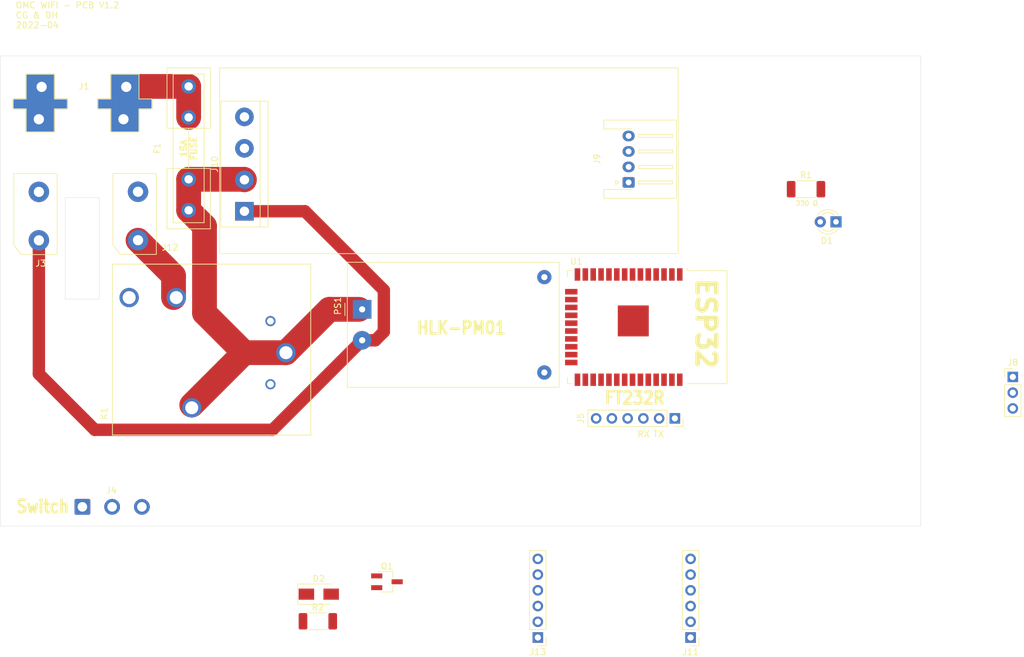
<source format=kicad_pcb>
(kicad_pcb (version 20171130) (host pcbnew "(5.1.12)-1")

  (general
    (thickness 1.6)
    (drawings 26)
    (tracks 25)
    (zones 0)
    (modules 19)
    (nets 57)
  )

  (page A4)
  (layers
    (0 F.Cu signal)
    (31 B.Cu signal)
    (32 B.Adhes user hide)
    (33 F.Adhes user)
    (34 B.Paste user)
    (35 F.Paste user)
    (36 B.SilkS user)
    (37 F.SilkS user)
    (38 B.Mask user)
    (39 F.Mask user)
    (40 Dwgs.User user)
    (41 Cmts.User user)
    (42 Eco1.User user)
    (43 Eco2.User user)
    (44 Edge.Cuts user)
    (45 Margin user)
    (46 B.CrtYd user)
    (47 F.CrtYd user)
    (48 B.Fab user)
    (49 F.Fab user hide)
  )

  (setup
    (last_trace_width 0.3)
    (trace_clearance 0.3)
    (zone_clearance 0.508)
    (zone_45_only no)
    (trace_min 0.2)
    (via_size 1.2)
    (via_drill 0.6)
    (via_min_size 0.4)
    (via_min_drill 0.3)
    (uvia_size 1.2)
    (uvia_drill 0.6)
    (uvias_allowed no)
    (uvia_min_size 0.2)
    (uvia_min_drill 0.1)
    (edge_width 0.05)
    (segment_width 0.2)
    (pcb_text_width 0.3)
    (pcb_text_size 1.5 1.5)
    (mod_edge_width 0.12)
    (mod_text_size 1 1)
    (mod_text_width 0.15)
    (pad_size 3 3)
    (pad_drill 1)
    (pad_to_mask_clearance 0.05)
    (aux_axis_origin 0 0)
    (visible_elements 7FFFFFFF)
    (pcbplotparams
      (layerselection 0x010fc_ffffffff)
      (usegerberextensions true)
      (usegerberattributes false)
      (usegerberadvancedattributes false)
      (creategerberjobfile false)
      (excludeedgelayer true)
      (linewidth 0.100000)
      (plotframeref false)
      (viasonmask false)
      (mode 1)
      (useauxorigin false)
      (hpglpennumber 1)
      (hpglpenspeed 20)
      (hpglpendiameter 15.000000)
      (psnegative false)
      (psa4output false)
      (plotreference true)
      (plotvalue false)
      (plotinvisibletext false)
      (padsonsilk false)
      (subtractmaskfromsilk true)
      (outputformat 1)
      (mirror false)
      (drillshape 0)
      (scaleselection 1)
      (outputdirectory "OMC_WIFI_GERBERS/"))
  )

  (net 0 "")
  (net 1 GND)
  (net 2 "Net-(D1-Pad2)")
  (net 3 +5V)
  (net 4 EN)
  (net 5 TX0)
  (net 6 RX0)
  (net 7 DTR)
  (net 8 VCC)
  (net 9 CTS)
  (net 10 "Net-(J4-Pad1)")
  (net 11 VN_ZMPT)
  (net 12 VP_ACS)
  (net 13 D23_LED)
  (net 14 NEUTRAL)
  (net 15 "Net-(U1-Pad36)")
  (net 16 "Net-(U1-Pad33)")
  (net 17 "Net-(U1-Pad32)")
  (net 18 "Net-(U1-Pad31)")
  (net 19 "Net-(U1-Pad30)")
  (net 20 "Net-(U1-Pad29)")
  (net 21 "Net-(U1-Pad26)")
  (net 22 BOOT)
  (net 23 "Net-(U1-Pad24)")
  (net 24 "Net-(U1-Pad23)")
  (net 25 "Net-(U1-Pad22)")
  (net 26 "Net-(U1-Pad21)")
  (net 27 "Net-(U1-Pad20)")
  (net 28 "Net-(U1-Pad19)")
  (net 29 "Net-(U1-Pad18)")
  (net 30 "Net-(U1-Pad17)")
  (net 31 "Net-(U1-Pad16)")
  (net 32 "Net-(U1-Pad14)")
  (net 33 "Net-(U1-Pad13)")
  (net 34 "Net-(U1-Pad12)")
  (net 35 "Net-(U1-Pad11)")
  (net 36 "Net-(U1-Pad10)")
  (net 37 "Net-(U1-Pad9)")
  (net 38 "Net-(U1-Pad7)")
  (net 39 "Net-(U1-Pad6)")
  (net 40 D32_RELAY_5V)
  (net 41 +3V)
  (net 42 TX2_5V)
  (net 43 RX2_5V)
  (net 44 TOR1)
  (net 45 TOR2)
  (net 46 D32_RELAY_3V)
  (net 47 RX2_3V)
  (net 48 TX2_3V)
  (net 49 "Net-(J11-Pad1)")
  (net 50 "Net-(J13-Pad6)")
  (net 51 "Net-(F1-Pad2)")
  (net 52 "Net-(K1-PadNC)")
  (net 53 "Net-(D2-Pad2)")
  (net 54 "Net-(Q1-Pad2)")
  (net 55 LINE_IN)
  (net 56 LINE_OUT)

  (net_class Default "This is the default net class."
    (clearance 0.3)
    (trace_width 0.3)
    (via_dia 1.2)
    (via_drill 0.6)
    (uvia_dia 1.2)
    (uvia_drill 0.6)
    (diff_pair_width 0.3)
    (diff_pair_gap 0.3)
    (add_net +3V)
    (add_net +5V)
    (add_net BOOT)
    (add_net CTS)
    (add_net D23_LED)
    (add_net D32_RELAY_3V)
    (add_net D32_RELAY_5V)
    (add_net DTR)
    (add_net EN)
    (add_net GND)
    (add_net "Net-(D1-Pad2)")
    (add_net "Net-(D2-Pad2)")
    (add_net "Net-(J11-Pad1)")
    (add_net "Net-(J13-Pad6)")
    (add_net "Net-(J4-Pad1)")
    (add_net "Net-(K1-PadNC)")
    (add_net "Net-(Q1-Pad2)")
    (add_net "Net-(U1-Pad10)")
    (add_net "Net-(U1-Pad11)")
    (add_net "Net-(U1-Pad12)")
    (add_net "Net-(U1-Pad13)")
    (add_net "Net-(U1-Pad14)")
    (add_net "Net-(U1-Pad16)")
    (add_net "Net-(U1-Pad17)")
    (add_net "Net-(U1-Pad18)")
    (add_net "Net-(U1-Pad19)")
    (add_net "Net-(U1-Pad20)")
    (add_net "Net-(U1-Pad21)")
    (add_net "Net-(U1-Pad22)")
    (add_net "Net-(U1-Pad23)")
    (add_net "Net-(U1-Pad24)")
    (add_net "Net-(U1-Pad26)")
    (add_net "Net-(U1-Pad29)")
    (add_net "Net-(U1-Pad30)")
    (add_net "Net-(U1-Pad31)")
    (add_net "Net-(U1-Pad32)")
    (add_net "Net-(U1-Pad33)")
    (add_net "Net-(U1-Pad36)")
    (add_net "Net-(U1-Pad6)")
    (add_net "Net-(U1-Pad7)")
    (add_net "Net-(U1-Pad9)")
    (add_net RX0)
    (add_net RX2_3V)
    (add_net RX2_5V)
    (add_net TOR1)
    (add_net TOR2)
    (add_net TX0)
    (add_net TX2_3V)
    (add_net TX2_5V)
    (add_net VCC)
    (add_net VN_ZMPT)
    (add_net VP_ACS)
  )

  (net_class "220V HC" ""
    (clearance 1)
    (trace_width 4)
    (via_dia 1.2)
    (via_drill 0.6)
    (uvia_dia 1.2)
    (uvia_drill 0.6)
    (diff_pair_width 0.3)
    (diff_pair_gap 0.3)
    (add_net LINE_IN)
    (add_net LINE_OUT)
    (add_net "Net-(F1-Pad2)")
  )

  (net_class "220V LC" ""
    (clearance 1)
    (trace_width 2)
    (via_dia 1.2)
    (via_drill 0.6)
    (uvia_dia 1.2)
    (uvia_drill 0.6)
    (diff_pair_width 0.3)
    (diff_pair_gap 0.3)
    (add_net NEUTRAL)
  )

  (module SLA-12VDC-SL-C:RELAY_SLA-12VDC-SL-C (layer F.Cu) (tedit 624F093D) (tstamp 624F9019)
    (at 605 -934 90)
    (path /626D4711)
    (fp_text reference K1 (at -9.825 -11.635 90) (layer F.SilkS)
      (effects (font (size 1 1) (thickness 0.15)))
    )
    (fp_text value SLA-12VDC-SL-C (at -0.3 23.135 90) (layer F.Fab)
      (effects (font (size 1 1) (thickness 0.15)))
    )
    (fp_line (start -13.3 -10.3) (end 14.3 -10.3) (layer F.SilkS) (width 0.127))
    (fp_line (start 14.3 -10.3) (end 14.3 21.7) (layer F.SilkS) (width 0.127))
    (fp_line (start 14.3 21.7) (end -13.3 21.7) (layer F.SilkS) (width 0.127))
    (fp_line (start -13.3 21.7) (end -13.3 -10.3) (layer F.SilkS) (width 0.127))
    (fp_line (start -13.3 -10.3) (end 14.3 -10.3) (layer F.Fab) (width 0.127))
    (fp_line (start 14.3 -10.3) (end 14.3 21.7) (layer F.Fab) (width 0.127))
    (fp_line (start 14.3 21.7) (end -13.3 21.7) (layer F.Fab) (width 0.127))
    (fp_line (start -13.3 21.7) (end -13.3 -10.3) (layer F.Fab) (width 0.127))
    (fp_line (start -13.55 -10.55) (end 14.55 -10.55) (layer F.CrtYd) (width 0.05))
    (fp_line (start 14.55 -10.55) (end 14.55 21.95) (layer F.CrtYd) (width 0.05))
    (fp_line (start 14.55 21.95) (end -13.55 21.95) (layer F.CrtYd) (width 0.05))
    (fp_line (start -13.55 21.95) (end -13.55 -10.55) (layer F.CrtYd) (width 0.05))
    (pad NC thru_hole circle (at 8.9 -7.6 90) (size 3.116 3.116) (drill 2.1) (layers *.Cu *.Mask)
      (net 52 "Net-(K1-PadNC)"))
    (pad COM2 thru_hole circle (at -8.9 2.5 90) (size 3.116 3.116) (drill 2.1) (layers *.Cu *.Mask)
      (net 55 LINE_IN))
    (pad NO thru_hole circle (at 8.9 0 90) (size 3.116 3.116) (drill 2.1) (layers *.Cu *.Mask)
      (net 56 LINE_OUT))
    (pad C2 thru_hole circle (at 5.1 15.2 90) (size 1.65 1.65) (drill 1.1) (layers *.Cu *.Mask)
      (net 53 "Net-(D2-Pad2)"))
    (pad C1 thru_hole circle (at -5.1 15.2 90) (size 1.65 1.65) (drill 1.1) (layers *.Cu *.Mask)
      (net 3 +5V))
    (pad COM1 thru_hole circle (at 0 17.7 90) (size 3.116 3.116) (drill 2.1) (layers *.Cu *.Mask)
      (net 55 LINE_IN))
    (model "C:/Users/cgarc/OneDrive - est.ucab.edu.ve/Documentos/GitHub/OMC_WIFI/OMC_WIFI_PCB/Libs/SLA-12VDC-SL-C/SLA-12VDC-SL-C.step"
      (at (xyz 0 0 0))
      (scale (xyz 1 1 1))
      (rotate (xyz -90 0 0))
    )
  )

  (module omc-plugs:OMC-Male-Plug (layer F.Cu) (tedit 62559E5C) (tstamp 62561085)
    (at 583 -974)
    (path /62564E0F)
    (fp_text reference J1 (at 7.125 -3) (layer F.SilkS)
      (effects (font (size 1 1) (thickness 0.15)))
    )
    (fp_text value Conn_01x02_Male (at 6.65 -6.775) (layer F.Fab)
      (effects (font (size 1 1) (thickness 0.15)))
    )
    (fp_poly (pts (xy 15.975 -0.975) (xy 18.075 -0.975) (xy 18.075 0.625) (xy 15.975 0.625)
      (xy 15.975 4.375) (xy 11.425 4.375) (xy 11.425 0.625) (xy 9.325 0.625)
      (xy 9.325 -0.975) (xy 11.425 -0.975) (xy 11.425 -4.975) (xy 15.975 -4.975)) (layer F.Cu) (width 0.1))
    (fp_poly (pts (xy 15.975 -0.975) (xy 18.075 -0.975) (xy 18.075 0.625) (xy 15.975 0.625)
      (xy 15.975 4.375) (xy 11.425 4.375) (xy 11.425 0.625) (xy 9.325 0.625)
      (xy 9.325 -0.975) (xy 11.425 -0.975) (xy 11.425 -4.975) (xy 15.975 -4.975)) (layer B.Cu) (width 0.1))
    (fp_poly (pts (xy 15.975 -0.975) (xy 18.075 -0.975) (xy 18.075 0.625) (xy 15.975 0.625)
      (xy 15.975 4.375) (xy 11.425 4.375) (xy 11.425 0.625) (xy 9.325 0.625)
      (xy 9.325 -0.975) (xy 11.425 -0.975) (xy 11.425 -4.975) (xy 15.975 -4.975)) (layer B.Mask) (width 0.1))
    (fp_poly (pts (xy 2.325 -0.975) (xy 4.425 -0.975) (xy 4.425 0.625) (xy 2.325 0.625)
      (xy 2.325 4.375) (xy -2.225 4.375) (xy -2.225 0.625) (xy -4.325 0.625)
      (xy -4.325 -0.975) (xy -2.225 -0.975) (xy -2.225 -4.975) (xy 2.325 -4.975)) (layer B.Mask) (width 0.1))
    (fp_poly (pts (xy 2.325 -0.975) (xy 4.425 -0.975) (xy 4.425 0.625) (xy 2.325 0.625)
      (xy 2.325 4.375) (xy -2.225 4.375) (xy -2.225 0.625) (xy -4.325 0.625)
      (xy -4.325 -0.975) (xy -2.225 -0.975) (xy -2.225 -4.975) (xy 2.325 -4.975)) (layer B.Cu) (width 0.1))
    (fp_poly (pts (xy 2.325 -0.975) (xy 4.425 -0.975) (xy 4.425 0.625) (xy 2.325 0.625)
      (xy 2.325 4.375) (xy -2.225 4.375) (xy -2.225 0.625) (xy -4.325 0.625)
      (xy -4.325 -0.975) (xy -2.225 -0.975) (xy -2.225 -4.975) (xy 2.325 -4.975)) (layer F.Cu) (width 0.1))
    (fp_line (start 9.33 -0.975) (end 9.33 0.625) (layer F.SilkS) (width 0.12))
    (fp_line (start 9.33 0.625) (end 11.43 0.625) (layer F.SilkS) (width 0.12))
    (fp_line (start 15.98 -4.975) (end 15.98 -0.975) (layer F.SilkS) (width 0.12))
    (fp_line (start 11.43 -0.975) (end 9.33 -0.975) (layer F.SilkS) (width 0.12))
    (fp_line (start 15.98 0.625) (end 15.98 4.375) (layer F.SilkS) (width 0.12))
    (fp_line (start 15.98 -4.975) (end 11.43 -4.975) (layer F.SilkS) (width 0.12))
    (fp_line (start 18.08 0.625) (end 15.98 0.625) (layer F.SilkS) (width 0.12))
    (fp_line (start 11.43 0.625) (end 11.43 4.375) (layer F.SilkS) (width 0.12))
    (fp_line (start 11.43 -4.975) (end 11.43 -0.975) (layer F.SilkS) (width 0.12))
    (fp_line (start 15.98 4.375) (end 11.43 4.375) (layer F.SilkS) (width 0.12))
    (fp_line (start 18.08 -0.975) (end 18.08 0.625) (layer F.SilkS) (width 0.12))
    (fp_line (start 15.98 -0.975) (end 18.08 -0.975) (layer F.SilkS) (width 0.12))
    (fp_line (start 2.325 4.375) (end -2.225 4.375) (layer F.SilkS) (width 0.12))
    (fp_line (start 2.325 0.625) (end 2.325 4.375) (layer F.SilkS) (width 0.12))
    (fp_line (start -2.225 0.625) (end -2.225 4.375) (layer F.SilkS) (width 0.12))
    (fp_line (start -4.325 0.625) (end -2.225 0.625) (layer F.SilkS) (width 0.12))
    (fp_line (start -4.325 -0.975) (end -4.325 0.625) (layer F.SilkS) (width 0.12))
    (fp_line (start -2.225 -0.975) (end -4.325 -0.975) (layer F.SilkS) (width 0.12))
    (fp_line (start 4.425 0.625) (end 2.325 0.625) (layer F.SilkS) (width 0.12))
    (fp_line (start 4.425 -0.975) (end 4.425 0.625) (layer F.SilkS) (width 0.12))
    (fp_line (start 2.325 -0.975) (end 4.425 -0.975) (layer F.SilkS) (width 0.12))
    (fp_line (start -2.225 -4.975) (end -2.225 -0.975) (layer F.SilkS) (width 0.12))
    (fp_line (start 2.325 -4.975) (end -2.225 -4.975) (layer F.SilkS) (width 0.12))
    (fp_line (start 2.325 -4.975) (end 2.325 -0.975) (layer F.SilkS) (width 0.12))
    (pad 1 thru_hole circle (at -0.175 2.3) (size 3.3 3.3) (drill 1.65) (layers *.Cu *.Mask)
      (net 51 "Net-(F1-Pad2)"))
    (pad 1 thru_hole circle (at 0.275 -2.925 270) (size 3.3 3.3) (drill 1.65) (layers *.Cu *.Mask)
      (net 51 "Net-(F1-Pad2)"))
    (pad 2 thru_hole circle (at 13.93 -2.925 270) (size 3.3 3.3) (drill 1.65) (layers *.Cu *.Mask)
      (net 14 NEUTRAL))
    (pad 2 thru_hole circle (at 13.48 2.3) (size 3.3 3.3) (drill 1.65) (layers *.Cu *.Mask)
      (net 14 NEUTRAL))
  )

  (module Package_TO_SOT_SMD:SC-59_Handsoldering (layer F.Cu) (tedit 5A0AB732) (tstamp 6250862B)
    (at 639 -897)
    (descr "SC-59, hand-soldering varaint, https://lib.chipdip.ru/images/import_diod/original/SOT-23_SC-59.jpg")
    (tags "SC-59 hand-soldering")
    (path /6251C78E)
    (attr smd)
    (fp_text reference Q1 (at 0 -2.5) (layer F.SilkS)
      (effects (font (size 1 1) (thickness 0.15)))
    )
    (fp_text value 2N3904 (at 0 2.5) (layer F.Fab)
      (effects (font (size 1 1) (thickness 0.15)))
    )
    (fp_line (start -0.85 1.55) (end -0.85 -1) (layer F.Fab) (width 0.1))
    (fp_line (start -1.45 -1.65) (end 0.95 -1.65) (layer F.SilkS) (width 0.12))
    (fp_line (start 0.95 -1.65) (end 0.95 -0.6) (layer F.SilkS) (width 0.12))
    (fp_line (start -0.85 1.65) (end 0.95 1.65) (layer F.SilkS) (width 0.12))
    (fp_line (start 0.95 1.65) (end 0.95 0.6) (layer F.SilkS) (width 0.12))
    (fp_line (start -0.85 1.55) (end 0.85 1.55) (layer F.Fab) (width 0.1))
    (fp_line (start -0.3 -1.55) (end -0.85 -1) (layer F.Fab) (width 0.1))
    (fp_line (start -0.3 -1.55) (end 0.85 -1.55) (layer F.Fab) (width 0.1))
    (fp_line (start 0.85 -1.52) (end 0.85 1.52) (layer F.Fab) (width 0.1))
    (fp_line (start -2.8 -1.8) (end 2.8 -1.8) (layer F.CrtYd) (width 0.05))
    (fp_line (start -2.8 -1.8) (end -2.8 1.8) (layer F.CrtYd) (width 0.05))
    (fp_line (start 2.8 1.8) (end 2.8 -1.8) (layer F.CrtYd) (width 0.05))
    (fp_line (start 2.8 1.8) (end -2.8 1.8) (layer F.CrtYd) (width 0.05))
    (fp_text user %R (at 0 0 90) (layer F.Fab)
      (effects (font (size 0.5 0.5) (thickness 0.075)))
    )
    (pad 3 smd rect (at 1.65 0) (size 1.8 0.8) (layers F.Cu F.Paste F.Mask)
      (net 53 "Net-(D2-Pad2)"))
    (pad 2 smd rect (at -1.65 0.95) (size 1.8 0.8) (layers F.Cu F.Paste F.Mask)
      (net 54 "Net-(Q1-Pad2)"))
    (pad 1 smd rect (at -1.65 -0.95) (size 1.8 0.8) (layers F.Cu F.Paste F.Mask)
      (net 1 GND))
    (model ${KISYS3DMOD}/Package_TO_SOT_SMD.3dshapes/SC-59.wrl
      (at (xyz 0 0 0))
      (scale (xyz 1 1 1))
      (rotate (xyz 0 0 0))
    )
  )

  (module Resistor_SMD:R_2010_5025Metric_Pad1.40x2.65mm_HandSolder (layer F.Cu) (tedit 5F68FEEE) (tstamp 6250865C)
    (at 627.85 -890.62)
    (descr "Resistor SMD 2010 (5025 Metric), square (rectangular) end terminal, IPC_7351 nominal with elongated pad for handsoldering. (Body size source: IPC-SM-782 page 72, https://www.pcb-3d.com/wordpress/wp-content/uploads/ipc-sm-782a_amendment_1_and_2.pdf), generated with kicad-footprint-generator")
    (tags "resistor handsolder")
    (path /6258E12E)
    (attr smd)
    (fp_text reference R2 (at 0 -2.28) (layer F.SilkS)
      (effects (font (size 1 1) (thickness 0.15)))
    )
    (fp_text value 1k (at 0 2.28) (layer F.Fab)
      (effects (font (size 1 1) (thickness 0.15)))
    )
    (fp_line (start -2.5 1.25) (end -2.5 -1.25) (layer F.Fab) (width 0.1))
    (fp_line (start -2.5 -1.25) (end 2.5 -1.25) (layer F.Fab) (width 0.1))
    (fp_line (start 2.5 -1.25) (end 2.5 1.25) (layer F.Fab) (width 0.1))
    (fp_line (start 2.5 1.25) (end -2.5 1.25) (layer F.Fab) (width 0.1))
    (fp_line (start -1.527064 -1.36) (end 1.527064 -1.36) (layer F.SilkS) (width 0.12))
    (fp_line (start -1.527064 1.36) (end 1.527064 1.36) (layer F.SilkS) (width 0.12))
    (fp_line (start -3.35 1.58) (end -3.35 -1.58) (layer F.CrtYd) (width 0.05))
    (fp_line (start -3.35 -1.58) (end 3.35 -1.58) (layer F.CrtYd) (width 0.05))
    (fp_line (start 3.35 -1.58) (end 3.35 1.58) (layer F.CrtYd) (width 0.05))
    (fp_line (start 3.35 1.58) (end -3.35 1.58) (layer F.CrtYd) (width 0.05))
    (fp_text user %R (at 0 0) (layer F.Fab)
      (effects (font (size 1 1) (thickness 0.15)))
    )
    (pad 2 smd roundrect (at 2.4 0) (size 1.4 2.65) (layers F.Cu F.Paste F.Mask) (roundrect_rratio 0.178571)
      (net 54 "Net-(Q1-Pad2)"))
    (pad 1 smd roundrect (at -2.4 0) (size 1.4 2.65) (layers F.Cu F.Paste F.Mask) (roundrect_rratio 0.178571)
      (net 40 D32_RELAY_5V))
    (model ${KISYS3DMOD}/Resistor_SMD.3dshapes/R_2010_5025Metric.wrl
      (at (xyz 0 0 0))
      (scale (xyz 1 1 1))
      (rotate (xyz 0 0 0))
    )
  )

  (module Diode_SMD:D_SMA (layer F.Cu) (tedit 586432E5) (tstamp 6250836C)
    (at 628 -895)
    (descr "Diode SMA (DO-214AC)")
    (tags "Diode SMA (DO-214AC)")
    (path /6253CC90)
    (attr smd)
    (fp_text reference D2 (at 0 -2.5) (layer F.SilkS)
      (effects (font (size 1 1) (thickness 0.15)))
    )
    (fp_text value US1M (at 0 2.6) (layer F.Fab)
      (effects (font (size 1 1) (thickness 0.15)))
    )
    (fp_line (start -3.4 -1.65) (end -3.4 1.65) (layer F.SilkS) (width 0.12))
    (fp_line (start 2.3 1.5) (end -2.3 1.5) (layer F.Fab) (width 0.1))
    (fp_line (start -2.3 1.5) (end -2.3 -1.5) (layer F.Fab) (width 0.1))
    (fp_line (start 2.3 -1.5) (end 2.3 1.5) (layer F.Fab) (width 0.1))
    (fp_line (start 2.3 -1.5) (end -2.3 -1.5) (layer F.Fab) (width 0.1))
    (fp_line (start -3.5 -1.75) (end 3.5 -1.75) (layer F.CrtYd) (width 0.05))
    (fp_line (start 3.5 -1.75) (end 3.5 1.75) (layer F.CrtYd) (width 0.05))
    (fp_line (start 3.5 1.75) (end -3.5 1.75) (layer F.CrtYd) (width 0.05))
    (fp_line (start -3.5 1.75) (end -3.5 -1.75) (layer F.CrtYd) (width 0.05))
    (fp_line (start -0.64944 0.00102) (end -1.55114 0.00102) (layer F.Fab) (width 0.1))
    (fp_line (start 0.50118 0.00102) (end 1.4994 0.00102) (layer F.Fab) (width 0.1))
    (fp_line (start -0.64944 -0.79908) (end -0.64944 0.80112) (layer F.Fab) (width 0.1))
    (fp_line (start 0.50118 0.75032) (end 0.50118 -0.79908) (layer F.Fab) (width 0.1))
    (fp_line (start -0.64944 0.00102) (end 0.50118 0.75032) (layer F.Fab) (width 0.1))
    (fp_line (start -0.64944 0.00102) (end 0.50118 -0.79908) (layer F.Fab) (width 0.1))
    (fp_line (start -3.4 1.65) (end 2 1.65) (layer F.SilkS) (width 0.12))
    (fp_line (start -3.4 -1.65) (end 2 -1.65) (layer F.SilkS) (width 0.12))
    (fp_text user %R (at 0 -2.5) (layer F.Fab)
      (effects (font (size 1 1) (thickness 0.15)))
    )
    (pad 2 smd rect (at 2 0) (size 2.5 1.8) (layers F.Cu F.Paste F.Mask)
      (net 53 "Net-(D2-Pad2)"))
    (pad 1 smd rect (at -2 0) (size 2.5 1.8) (layers F.Cu F.Paste F.Mask)
      (net 3 +5V))
    (model ${KISYS3DMOD}/Diode_SMD.3dshapes/D_SMA.wrl
      (at (xyz 0 0 0))
      (scale (xyz 1 1 1))
      (rotate (xyz 0 0 0))
    )
  )

  (module Fuse:Fuseholder5x20_horiz_open_inline_Type-I (layer F.Cu) (tedit 5880C3AD) (tstamp 6210D1BE)
    (at 607 -957 90)
    (descr "Fuseholder, 5x20, open, horizontal, Type-I, Inline,")
    (tags "Fuseholder 5x20 open horizontal Type-I Inline Sicherungshalter offen ")
    (path /6214DC3E)
    (fp_text reference F1 (at 10 -5.08 90) (layer F.SilkS)
      (effects (font (size 1 1) (thickness 0.15)))
    )
    (fp_text value Fuse (at 11.27 5.08 90) (layer F.Fab)
      (effects (font (size 1 1) (thickness 0.15)))
    )
    (fp_line (start 23.15 3.65) (end -3.2 3.65) (layer F.CrtYd) (width 0.05))
    (fp_line (start 23.15 3.65) (end 23.15 -3.65) (layer F.CrtYd) (width 0.05))
    (fp_line (start -3.2 -3.65) (end -3.2 3.65) (layer F.CrtYd) (width 0.05))
    (fp_line (start -3.2 -3.65) (end 23.15 -3.65) (layer F.CrtYd) (width 0.05))
    (fp_line (start 6.75 -3.5) (end 6.75 3.5) (layer F.SilkS) (width 0.12))
    (fp_line (start 6.75 3.5) (end -3 3.5) (layer F.SilkS) (width 0.12))
    (fp_line (start -3 -3.5) (end -3 3.5) (layer F.SilkS) (width 0.12))
    (fp_line (start 6.75 -3.5) (end -3 -3.5) (layer F.SilkS) (width 0.12))
    (fp_line (start -2 -2.5) (end -2 2.5) (layer F.SilkS) (width 0.12))
    (fp_line (start 23 3.5) (end 22 3.5) (layer F.SilkS) (width 0.12))
    (fp_line (start 23 -3.5) (end 23 3.5) (layer F.SilkS) (width 0.12))
    (fp_line (start 23 -3.5) (end 22 -3.5) (layer F.SilkS) (width 0.12))
    (fp_line (start 22 -2.5) (end 22 2.5) (layer F.SilkS) (width 0.12))
    (fp_line (start 22 -2.5) (end 11.25 -2.5) (layer F.SilkS) (width 0.12))
    (fp_line (start 22 2.5) (end 11.5 2.5) (layer F.SilkS) (width 0.12))
    (fp_line (start 11.25 -2.5) (end -0.5 -2.5) (layer F.SilkS) (width 0.12))
    (fp_line (start 11.5 2.5) (end -0.75 2.5) (layer F.SilkS) (width 0.12))
    (fp_line (start -0.5 -2.5) (end -2 -2.5) (layer F.SilkS) (width 0.12))
    (fp_line (start -0.75 2.5) (end -2 2.5) (layer F.SilkS) (width 0.12))
    (fp_line (start 22 -3.5) (end 13.25 -3.5) (layer F.SilkS) (width 0.12))
    (fp_line (start 22 3.5) (end 13.25 3.5) (layer F.SilkS) (width 0.12))
    (fp_line (start 13.25 -3.5) (end 13.25 3.5) (layer F.SilkS) (width 0.12))
    (fp_line (start 13.25 0) (end 6.75 0) (layer F.SilkS) (width 0.12))
    (fp_line (start -2.9 3.4) (end -2.9 -3.4) (layer F.Fab) (width 0.1))
    (fp_line (start 6.65 3.4) (end -2.9 3.4) (layer F.Fab) (width 0.1))
    (fp_line (start 6.65 -3.4) (end 6.65 3.4) (layer F.Fab) (width 0.1))
    (fp_line (start -2.95 -3.4) (end 6.65 -3.4) (layer F.Fab) (width 0.1))
    (fp_line (start 22.9 -3.4) (end 13.35 -3.4) (layer F.Fab) (width 0.1))
    (fp_line (start 22.9 3.4) (end 22.9 -3.4) (layer F.Fab) (width 0.1))
    (fp_line (start 13.35 3.4) (end 22.9 3.4) (layer F.Fab) (width 0.1))
    (fp_line (start 13.35 -3.4) (end 13.35 3.4) (layer F.Fab) (width 0.1))
    (fp_line (start -2 2.5) (end -2 -2.5) (layer F.Fab) (width 0.1))
    (fp_line (start 22 2.5) (end -2 2.5) (layer F.Fab) (width 0.1))
    (fp_line (start 22 -2.5) (end 22 2.5) (layer F.Fab) (width 0.1))
    (fp_line (start -2 -2.5) (end 22 -2.5) (layer F.Fab) (width 0.1))
    (fp_line (start 5 0) (end 15 0) (layer F.Fab) (width 0.1))
    (pad 1 thru_hole circle (at 0 0 90) (size 2.35 2.35) (drill 1.35) (layers *.Cu *.Mask)
      (net 55 LINE_IN))
    (pad 1 thru_hole circle (at 5 0 90) (size 2.35 2.35) (drill 1.35) (layers *.Cu *.Mask)
      (net 55 LINE_IN))
    (pad 2 thru_hole circle (at 20 0 90) (size 2.35 2.35) (drill 1.35) (layers *.Cu *.Mask)
      (net 51 "Net-(F1-Pad2)"))
    (pad 2 thru_hole circle (at 15 0 90) (size 2.35 2.35) (drill 1.35) (layers *.Cu *.Mask)
      (net 51 "Net-(F1-Pad2)"))
  )

  (module Connector_PinHeader_2.54mm:PinHeader_1x06_P2.54mm_Vertical (layer F.Cu) (tedit 59FED5CC) (tstamp 6250D400)
    (at 663.35 -888 180)
    (descr "Through hole straight pin header, 1x06, 2.54mm pitch, single row")
    (tags "Through hole pin header THT 1x06 2.54mm single row")
    (path /6255C0C9)
    (fp_text reference J13 (at 0 -2.33) (layer F.SilkS)
      (effects (font (size 1 1) (thickness 0.15)))
    )
    (fp_text value Conn_01x06_Male (at 0 15.03) (layer F.Fab)
      (effects (font (size 1 1) (thickness 0.15)))
    )
    (fp_line (start -0.635 -1.27) (end 1.27 -1.27) (layer F.Fab) (width 0.1))
    (fp_line (start 1.27 -1.27) (end 1.27 13.97) (layer F.Fab) (width 0.1))
    (fp_line (start 1.27 13.97) (end -1.27 13.97) (layer F.Fab) (width 0.1))
    (fp_line (start -1.27 13.97) (end -1.27 -0.635) (layer F.Fab) (width 0.1))
    (fp_line (start -1.27 -0.635) (end -0.635 -1.27) (layer F.Fab) (width 0.1))
    (fp_line (start -1.33 14.03) (end 1.33 14.03) (layer F.SilkS) (width 0.12))
    (fp_line (start -1.33 1.27) (end -1.33 14.03) (layer F.SilkS) (width 0.12))
    (fp_line (start 1.33 1.27) (end 1.33 14.03) (layer F.SilkS) (width 0.12))
    (fp_line (start -1.33 1.27) (end 1.33 1.27) (layer F.SilkS) (width 0.12))
    (fp_line (start -1.33 0) (end -1.33 -1.33) (layer F.SilkS) (width 0.12))
    (fp_line (start -1.33 -1.33) (end 0 -1.33) (layer F.SilkS) (width 0.12))
    (fp_line (start -1.8 -1.8) (end -1.8 14.5) (layer F.CrtYd) (width 0.05))
    (fp_line (start -1.8 14.5) (end 1.8 14.5) (layer F.CrtYd) (width 0.05))
    (fp_line (start 1.8 14.5) (end 1.8 -1.8) (layer F.CrtYd) (width 0.05))
    (fp_line (start 1.8 -1.8) (end -1.8 -1.8) (layer F.CrtYd) (width 0.05))
    (fp_text user %R (at 0 6.35 90) (layer F.Fab)
      (effects (font (size 1 1) (thickness 0.15)))
    )
    (pad 6 thru_hole oval (at 0 12.7 180) (size 1.7 1.7) (drill 1) (layers *.Cu *.Mask)
      (net 50 "Net-(J13-Pad6)"))
    (pad 5 thru_hole oval (at 0 10.16 180) (size 1.7 1.7) (drill 1) (layers *.Cu *.Mask)
      (net 40 D32_RELAY_5V))
    (pad 4 thru_hole oval (at 0 7.62 180) (size 1.7 1.7) (drill 1) (layers *.Cu *.Mask)
      (net 1 GND))
    (pad 3 thru_hole oval (at 0 5.08 180) (size 1.7 1.7) (drill 1) (layers *.Cu *.Mask)
      (net 3 +5V))
    (pad 2 thru_hole oval (at 0 2.54 180) (size 1.7 1.7) (drill 1) (layers *.Cu *.Mask)
      (net 42 TX2_5V))
    (pad 1 thru_hole rect (at 0 0 180) (size 1.7 1.7) (drill 1) (layers *.Cu *.Mask)
      (net 43 RX2_5V))
    (model ${KISYS3DMOD}/Connector_PinHeader_2.54mm.3dshapes/PinHeader_1x06_P2.54mm_Vertical.wrl
      (at (xyz 0 0 0))
      (scale (xyz 1 1 1))
      (rotate (xyz 0 0 0))
    )
  )

  (module Connector_PinHeader_2.54mm:PinHeader_1x06_P2.54mm_Vertical (layer F.Cu) (tedit 59FED5CC) (tstamp 6250D44B)
    (at 688 -888 180)
    (descr "Through hole straight pin header, 1x06, 2.54mm pitch, single row")
    (tags "Through hole pin header THT 1x06 2.54mm single row")
    (path /6254B7ED)
    (fp_text reference J11 (at 0 -2.33) (layer F.SilkS)
      (effects (font (size 1 1) (thickness 0.15)))
    )
    (fp_text value Conn_01x06_Male (at 0 15.03) (layer F.Fab)
      (effects (font (size 1 1) (thickness 0.15)))
    )
    (fp_line (start -0.635 -1.27) (end 1.27 -1.27) (layer F.Fab) (width 0.1))
    (fp_line (start 1.27 -1.27) (end 1.27 13.97) (layer F.Fab) (width 0.1))
    (fp_line (start 1.27 13.97) (end -1.27 13.97) (layer F.Fab) (width 0.1))
    (fp_line (start -1.27 13.97) (end -1.27 -0.635) (layer F.Fab) (width 0.1))
    (fp_line (start -1.27 -0.635) (end -0.635 -1.27) (layer F.Fab) (width 0.1))
    (fp_line (start -1.33 14.03) (end 1.33 14.03) (layer F.SilkS) (width 0.12))
    (fp_line (start -1.33 1.27) (end -1.33 14.03) (layer F.SilkS) (width 0.12))
    (fp_line (start 1.33 1.27) (end 1.33 14.03) (layer F.SilkS) (width 0.12))
    (fp_line (start -1.33 1.27) (end 1.33 1.27) (layer F.SilkS) (width 0.12))
    (fp_line (start -1.33 0) (end -1.33 -1.33) (layer F.SilkS) (width 0.12))
    (fp_line (start -1.33 -1.33) (end 0 -1.33) (layer F.SilkS) (width 0.12))
    (fp_line (start -1.8 -1.8) (end -1.8 14.5) (layer F.CrtYd) (width 0.05))
    (fp_line (start -1.8 14.5) (end 1.8 14.5) (layer F.CrtYd) (width 0.05))
    (fp_line (start 1.8 14.5) (end 1.8 -1.8) (layer F.CrtYd) (width 0.05))
    (fp_line (start 1.8 -1.8) (end -1.8 -1.8) (layer F.CrtYd) (width 0.05))
    (fp_text user %R (at 0 6.35 90) (layer F.Fab)
      (effects (font (size 1 1) (thickness 0.15)))
    )
    (pad 6 thru_hole oval (at 0 12.7 180) (size 1.7 1.7) (drill 1) (layers *.Cu *.Mask)
      (net 48 TX2_3V))
    (pad 5 thru_hole oval (at 0 10.16 180) (size 1.7 1.7) (drill 1) (layers *.Cu *.Mask)
      (net 47 RX2_3V))
    (pad 4 thru_hole oval (at 0 7.62 180) (size 1.7 1.7) (drill 1) (layers *.Cu *.Mask)
      (net 41 +3V))
    (pad 3 thru_hole oval (at 0 5.08 180) (size 1.7 1.7) (drill 1) (layers *.Cu *.Mask)
      (net 1 GND))
    (pad 2 thru_hole oval (at 0 2.54 180) (size 1.7 1.7) (drill 1) (layers *.Cu *.Mask)
      (net 46 D32_RELAY_3V))
    (pad 1 thru_hole rect (at 0 0 180) (size 1.7 1.7) (drill 1) (layers *.Cu *.Mask)
      (net 49 "Net-(J11-Pad1)"))
    (model ${KISYS3DMOD}/Connector_PinHeader_2.54mm.3dshapes/PinHeader_1x06_P2.54mm_Vertical.wrl
      (at (xyz 0 0 0))
      (scale (xyz 1 1 1))
      (rotate (xyz 0 0 0))
    )
  )

  (module Connector_JST:JST_XH_S4B-XH-A-1_1x04_P2.50mm_Horizontal (layer F.Cu) (tedit 5C281476) (tstamp 624DECC7)
    (at 678 -961.5 90)
    (descr "JST XH series connector, S4B-XH-A-1 (http://www.jst-mfg.com/product/pdf/eng/eXH.pdf), generated with kicad-footprint-generator")
    (tags "connector JST XH horizontal")
    (path /62772A95)
    (fp_text reference J9 (at 3.75 -5.1 90) (layer F.SilkS)
      (effects (font (size 1 1) (thickness 0.15)))
    )
    (fp_text value Datos (at 3.75 8.8 90) (layer F.Fab)
      (effects (font (size 1 1) (thickness 0.15)))
    )
    (fp_line (start -2.95 -4.4) (end -2.95 8.1) (layer F.CrtYd) (width 0.05))
    (fp_line (start -2.95 8.1) (end 10.45 8.1) (layer F.CrtYd) (width 0.05))
    (fp_line (start 10.45 8.1) (end 10.45 -4.4) (layer F.CrtYd) (width 0.05))
    (fp_line (start 10.45 -4.4) (end -2.95 -4.4) (layer F.CrtYd) (width 0.05))
    (fp_line (start 3.75 7.71) (end -2.56 7.71) (layer F.SilkS) (width 0.12))
    (fp_line (start -2.56 7.71) (end -2.56 -4.01) (layer F.SilkS) (width 0.12))
    (fp_line (start -2.56 -4.01) (end -1.14 -4.01) (layer F.SilkS) (width 0.12))
    (fp_line (start -1.14 -4.01) (end -1.14 0.49) (layer F.SilkS) (width 0.12))
    (fp_line (start 3.75 7.71) (end 10.06 7.71) (layer F.SilkS) (width 0.12))
    (fp_line (start 10.06 7.71) (end 10.06 -4.01) (layer F.SilkS) (width 0.12))
    (fp_line (start 10.06 -4.01) (end 8.64 -4.01) (layer F.SilkS) (width 0.12))
    (fp_line (start 8.64 -4.01) (end 8.64 0.49) (layer F.SilkS) (width 0.12))
    (fp_line (start 3.75 7.6) (end -2.45 7.6) (layer F.Fab) (width 0.1))
    (fp_line (start -2.45 7.6) (end -2.45 -3.9) (layer F.Fab) (width 0.1))
    (fp_line (start -2.45 -3.9) (end -1.25 -3.9) (layer F.Fab) (width 0.1))
    (fp_line (start -1.25 -3.9) (end -1.25 0.6) (layer F.Fab) (width 0.1))
    (fp_line (start -1.25 0.6) (end 3.75 0.6) (layer F.Fab) (width 0.1))
    (fp_line (start 3.75 7.6) (end 9.95 7.6) (layer F.Fab) (width 0.1))
    (fp_line (start 9.95 7.6) (end 9.95 -3.9) (layer F.Fab) (width 0.1))
    (fp_line (start 9.95 -3.9) (end 8.75 -3.9) (layer F.Fab) (width 0.1))
    (fp_line (start 8.75 -3.9) (end 8.75 0.6) (layer F.Fab) (width 0.1))
    (fp_line (start 8.75 0.6) (end 3.75 0.6) (layer F.Fab) (width 0.1))
    (fp_line (start -0.25 1.6) (end -0.25 7.1) (layer F.SilkS) (width 0.12))
    (fp_line (start -0.25 7.1) (end 0.25 7.1) (layer F.SilkS) (width 0.12))
    (fp_line (start 0.25 7.1) (end 0.25 1.6) (layer F.SilkS) (width 0.12))
    (fp_line (start 0.25 1.6) (end -0.25 1.6) (layer F.SilkS) (width 0.12))
    (fp_line (start 2.25 1.6) (end 2.25 7.1) (layer F.SilkS) (width 0.12))
    (fp_line (start 2.25 7.1) (end 2.75 7.1) (layer F.SilkS) (width 0.12))
    (fp_line (start 2.75 7.1) (end 2.75 1.6) (layer F.SilkS) (width 0.12))
    (fp_line (start 2.75 1.6) (end 2.25 1.6) (layer F.SilkS) (width 0.12))
    (fp_line (start 4.75 1.6) (end 4.75 7.1) (layer F.SilkS) (width 0.12))
    (fp_line (start 4.75 7.1) (end 5.25 7.1) (layer F.SilkS) (width 0.12))
    (fp_line (start 5.25 7.1) (end 5.25 1.6) (layer F.SilkS) (width 0.12))
    (fp_line (start 5.25 1.6) (end 4.75 1.6) (layer F.SilkS) (width 0.12))
    (fp_line (start 7.25 1.6) (end 7.25 7.1) (layer F.SilkS) (width 0.12))
    (fp_line (start 7.25 7.1) (end 7.75 7.1) (layer F.SilkS) (width 0.12))
    (fp_line (start 7.75 7.1) (end 7.75 1.6) (layer F.SilkS) (width 0.12))
    (fp_line (start 7.75 1.6) (end 7.25 1.6) (layer F.SilkS) (width 0.12))
    (fp_line (start 0 -1.5) (end -0.3 -2.1) (layer F.SilkS) (width 0.12))
    (fp_line (start -0.3 -2.1) (end 0.3 -2.1) (layer F.SilkS) (width 0.12))
    (fp_line (start 0.3 -2.1) (end 0 -1.5) (layer F.SilkS) (width 0.12))
    (fp_line (start -0.625 0.6) (end 0 -0.4) (layer F.Fab) (width 0.1))
    (fp_line (start 0 -0.4) (end 0.625 0.6) (layer F.Fab) (width 0.1))
    (fp_text user %R (at 3.75 1.85 90) (layer F.Fab)
      (effects (font (size 1 1) (thickness 0.15)))
    )
    (pad 4 thru_hole oval (at 7.5 0 90) (size 1.7 1.95) (drill 0.95) (layers *.Cu *.Mask)
      (net 1 GND))
    (pad 3 thru_hole oval (at 5 0 90) (size 1.7 1.95) (drill 0.95) (layers *.Cu *.Mask)
      (net 42 TX2_5V))
    (pad 2 thru_hole oval (at 2.5 0 90) (size 1.7 1.95) (drill 0.95) (layers *.Cu *.Mask)
      (net 43 RX2_5V))
    (pad 1 thru_hole roundrect (at 0 0 90) (size 1.7 1.95) (drill 0.95) (layers *.Cu *.Mask) (roundrect_rratio 0.147059)
      (net 3 +5V))
    (model ${KISYS3DMOD}/Connector_JST.3dshapes/JST_XH_S4B-XH-A-1_1x04_P2.50mm_Horizontal.wrl
      (at (xyz 0 0 0))
      (scale (xyz 1 1 1))
      (rotate (xyz 0 0 0))
    )
  )

  (module TerminalBlock:TerminalBlock_bornier-4_P5.08mm (layer F.Cu) (tedit 59FF03D1) (tstamp 624DEC82)
    (at 616 -956.84 90)
    (descr "simple 4-pin terminal block, pitch 5.08mm, revamped version of bornier4")
    (tags "terminal block bornier4")
    (path /62764262)
    (fp_text reference J10 (at 7.6 -4.8 90) (layer F.SilkS)
      (effects (font (size 1 1) (thickness 0.15)))
    )
    (fp_text value Power (at 7.6 4.75 90) (layer F.Fab)
      (effects (font (size 1 1) (thickness 0.15)))
    )
    (fp_line (start 17.97 4) (end -2.73 4) (layer F.CrtYd) (width 0.05))
    (fp_line (start 17.97 4) (end 17.97 -4) (layer F.CrtYd) (width 0.05))
    (fp_line (start -2.73 -4) (end -2.73 4) (layer F.CrtYd) (width 0.05))
    (fp_line (start -2.73 -4) (end 17.97 -4) (layer F.CrtYd) (width 0.05))
    (fp_line (start -2.54 3.81) (end 17.78 3.81) (layer F.SilkS) (width 0.12))
    (fp_line (start -2.54 -3.81) (end 17.78 -3.81) (layer F.SilkS) (width 0.12))
    (fp_line (start 17.78 2.54) (end -2.54 2.54) (layer F.SilkS) (width 0.12))
    (fp_line (start 17.78 3.81) (end 17.78 -3.81) (layer F.SilkS) (width 0.12))
    (fp_line (start -2.54 -3.81) (end -2.54 3.81) (layer F.SilkS) (width 0.12))
    (fp_line (start 17.72 3.75) (end -2.43 3.75) (layer F.Fab) (width 0.1))
    (fp_line (start 17.72 -3.75) (end 17.72 3.75) (layer F.Fab) (width 0.1))
    (fp_line (start -2.48 -3.75) (end 17.72 -3.75) (layer F.Fab) (width 0.1))
    (fp_line (start -2.48 3.75) (end -2.48 -3.75) (layer F.Fab) (width 0.1))
    (fp_line (start -2.43 3.75) (end -2.48 3.75) (layer F.Fab) (width 0.1))
    (fp_line (start -2.48 2.55) (end 17.72 2.55) (layer F.Fab) (width 0.1))
    (fp_text user %R (at 7.62 0 90) (layer F.Fab)
      (effects (font (size 1 1) (thickness 0.15)))
    )
    (pad 4 thru_hole circle (at 15.24 0 90) (size 3 3) (drill 1.52) (layers *.Cu *.Mask)
      (net 44 TOR1))
    (pad 1 thru_hole rect (at 0 0 90) (size 3 3) (drill 1.52) (layers *.Cu *.Mask)
      (net 14 NEUTRAL))
    (pad 3 thru_hole circle (at 10.16 0 90) (size 3 3) (drill 1.52) (layers *.Cu *.Mask)
      (net 45 TOR2))
    (pad 2 thru_hole circle (at 5.08 0 90) (size 3 3) (drill 1.52) (layers *.Cu *.Mask)
      (net 55 LINE_IN))
    (model ${KISYS3DMOD}/TerminalBlock.3dshapes/TerminalBlock_bornier-4_P5.08mm.wrl
      (offset (xyz 7.619999885559082 0 0))
      (scale (xyz 1 1 1))
      (rotate (xyz 0 0 0))
    )
  )

  (module Connector_PinHeader_2.54mm:PinHeader_1x03_P2.54mm_Vertical (layer F.Cu) (tedit 59FED5CC) (tstamp 624DED0B)
    (at 740 -930.08)
    (descr "Through hole straight pin header, 1x03, 2.54mm pitch, single row")
    (tags "Through hole pin header THT 1x03 2.54mm single row")
    (path /62615ACB)
    (fp_text reference J8 (at 0 -2.33) (layer F.SilkS)
      (effects (font (size 1 1) (thickness 0.15)))
    )
    (fp_text value Regulador (at 0 7.41) (layer F.Fab)
      (effects (font (size 1 1) (thickness 0.15)))
    )
    (fp_line (start 1.8 -1.8) (end -1.8 -1.8) (layer F.CrtYd) (width 0.05))
    (fp_line (start 1.8 6.85) (end 1.8 -1.8) (layer F.CrtYd) (width 0.05))
    (fp_line (start -1.8 6.85) (end 1.8 6.85) (layer F.CrtYd) (width 0.05))
    (fp_line (start -1.8 -1.8) (end -1.8 6.85) (layer F.CrtYd) (width 0.05))
    (fp_line (start -1.33 -1.33) (end 0 -1.33) (layer F.SilkS) (width 0.12))
    (fp_line (start -1.33 0) (end -1.33 -1.33) (layer F.SilkS) (width 0.12))
    (fp_line (start -1.33 1.27) (end 1.33 1.27) (layer F.SilkS) (width 0.12))
    (fp_line (start 1.33 1.27) (end 1.33 6.41) (layer F.SilkS) (width 0.12))
    (fp_line (start -1.33 1.27) (end -1.33 6.41) (layer F.SilkS) (width 0.12))
    (fp_line (start -1.33 6.41) (end 1.33 6.41) (layer F.SilkS) (width 0.12))
    (fp_line (start -1.27 -0.635) (end -0.635 -1.27) (layer F.Fab) (width 0.1))
    (fp_line (start -1.27 6.35) (end -1.27 -0.635) (layer F.Fab) (width 0.1))
    (fp_line (start 1.27 6.35) (end -1.27 6.35) (layer F.Fab) (width 0.1))
    (fp_line (start 1.27 -1.27) (end 1.27 6.35) (layer F.Fab) (width 0.1))
    (fp_line (start -0.635 -1.27) (end 1.27 -1.27) (layer F.Fab) (width 0.1))
    (fp_text user %R (at 0 2.54 90) (layer F.Fab)
      (effects (font (size 1 1) (thickness 0.15)))
    )
    (pad 3 thru_hole oval (at 0 5.08) (size 1.7 1.7) (drill 1) (layers *.Cu *.Mask)
      (net 3 +5V))
    (pad 2 thru_hole oval (at 0 2.54) (size 1.7 1.7) (drill 1) (layers *.Cu *.Mask)
      (net 41 +3V))
    (pad 1 thru_hole rect (at 0 0) (size 1.7 1.7) (drill 1) (layers *.Cu *.Mask)
      (net 1 GND))
    (model ${KISYS3DMOD}/Connector_PinHeader_2.54mm.3dshapes/PinHeader_1x03_P2.54mm_Vertical.wrl
      (at (xyz 0 0 0))
      (scale (xyz 1 1 1))
      (rotate (xyz 0 0 0))
    )
  )

  (module omc-plugs:OMC-Female-Plug (layer F.Cu) (tedit 62447C8B) (tstamp 62453893)
    (at 598.18 -956.04)
    (path /625CDD0C)
    (fp_text reference J12 (at 5.82 5.04) (layer F.SilkS)
      (effects (font (size 1 1) (thickness 0.15)))
    )
    (fp_text value "Line Output" (at 0 -8.375) (layer F.Fab)
      (effects (font (size 1 1) (thickness 0.15)))
    )
    (fp_line (start 3.6 -6.9) (end -3.4 -6.9) (layer F.SilkS) (width 0.12))
    (fp_line (start 3.6 -6.925) (end 3.6 6.175) (layer F.SilkS) (width 0.12))
    (fp_line (start -3.4 -6.9) (end -3.4 4.6) (layer F.SilkS) (width 0.12))
    (fp_line (start -3.4 4.6) (end -2.225 6.175) (layer F.SilkS) (width 0.12))
    (fp_line (start -2.225 6.175) (end 3.6 6.175) (layer F.SilkS) (width 0.12))
    (fp_line (start 0.65 -4.775) (end 0.65 -6.775) (layer Dwgs.User) (width 0.12))
    (fp_line (start 1.475 -3.95) (end 3.475 -3.95) (layer Dwgs.User) (width 0.12))
    (fp_line (start 0.65 -3.125) (end 0.65 2.975) (layer Dwgs.User) (width 0.12))
    (fp_line (start 1.475 3.875) (end 3.475 3.875) (layer Dwgs.User) (width 0.12))
    (fp_line (start 0.65 4.7) (end 0.65 6.7) (layer Dwgs.User) (width 0.12))
    (pad 1 thru_hole circle (at 0.65 3.875) (size 3.3 3.3) (drill 1.65) (layers *.Cu *.Mask)
      (net 56 LINE_OUT))
    (pad 1 thru_hole circle (at 0.65 -3.95) (size 3.3 3.3) (drill 1.65) (layers *.Cu *.Mask)
      (net 56 LINE_OUT))
  )

  (module omc-plugs:OMC-Female-Plug (layer F.Cu) (tedit 62447C8B) (tstamp 62453727)
    (at 582.18 -956.02)
    (path /625CD894)
    (fp_text reference J3 (at 0.95 7.6) (layer F.SilkS)
      (effects (font (size 1 1) (thickness 0.15)))
    )
    (fp_text value "Neutral Output" (at 0 -8.375) (layer F.Fab)
      (effects (font (size 1 1) (thickness 0.15)))
    )
    (fp_line (start 0.65 4.7) (end 0.65 6.7) (layer Dwgs.User) (width 0.12))
    (fp_line (start 1.475 3.875) (end 3.475 3.875) (layer Dwgs.User) (width 0.12))
    (fp_line (start 0.65 -3.125) (end 0.65 2.975) (layer Dwgs.User) (width 0.12))
    (fp_line (start 1.475 -3.95) (end 3.475 -3.95) (layer Dwgs.User) (width 0.12))
    (fp_line (start 0.65 -4.775) (end 0.65 -6.775) (layer Dwgs.User) (width 0.12))
    (fp_line (start -2.225 6.175) (end 3.6 6.175) (layer F.SilkS) (width 0.12))
    (fp_line (start -3.4 4.6) (end -2.225 6.175) (layer F.SilkS) (width 0.12))
    (fp_line (start -3.4 -6.9) (end -3.4 4.6) (layer F.SilkS) (width 0.12))
    (fp_line (start 3.6 -6.925) (end 3.6 6.175) (layer F.SilkS) (width 0.12))
    (fp_line (start 3.6 -6.9) (end -3.4 -6.9) (layer F.SilkS) (width 0.12))
    (pad 1 thru_hole circle (at 0.65 -3.95) (size 3.3 3.3) (drill 1.65) (layers *.Cu *.Mask)
      (net 14 NEUTRAL))
    (pad 1 thru_hole circle (at 0.65 3.875) (size 3.3 3.3) (drill 1.65) (layers *.Cu *.Mask)
      (net 14 NEUTRAL))
  )

  (module Connector_PinSocket_2.54mm:PinSocket_1x06_P2.54mm_Vertical (layer F.Cu) (tedit 5A19A430) (tstamp 620BA394)
    (at 685.46 -923.39 270)
    (descr "Through hole straight socket strip, 1x06, 2.54mm pitch, single row (from Kicad 4.0.7), script generated")
    (tags "Through hole socket strip THT 1x06 2.54mm single row")
    (path /6239A494)
    (fp_text reference J5 (at 0 15.19 90) (layer F.SilkS)
      (effects (font (size 1 1) (thickness 0.15)))
    )
    (fp_text value Pins_FT232R (at 0 15.47 90) (layer F.Fab)
      (effects (font (size 1 1) (thickness 0.15)))
    )
    (fp_line (start -1.27 -1.27) (end 0.635 -1.27) (layer F.Fab) (width 0.1))
    (fp_line (start 0.635 -1.27) (end 1.27 -0.635) (layer F.Fab) (width 0.1))
    (fp_line (start 1.27 -0.635) (end 1.27 13.97) (layer F.Fab) (width 0.1))
    (fp_line (start 1.27 13.97) (end -1.27 13.97) (layer F.Fab) (width 0.1))
    (fp_line (start -1.27 13.97) (end -1.27 -1.27) (layer F.Fab) (width 0.1))
    (fp_line (start -1.33 1.27) (end 1.33 1.27) (layer F.SilkS) (width 0.12))
    (fp_line (start -1.33 1.27) (end -1.33 14.03) (layer F.SilkS) (width 0.12))
    (fp_line (start -1.33 14.03) (end 1.33 14.03) (layer F.SilkS) (width 0.12))
    (fp_line (start 1.33 1.27) (end 1.33 14.03) (layer F.SilkS) (width 0.12))
    (fp_line (start 1.33 -1.33) (end 1.33 0) (layer F.SilkS) (width 0.12))
    (fp_line (start 0 -1.33) (end 1.33 -1.33) (layer F.SilkS) (width 0.12))
    (fp_line (start -1.8 -1.8) (end 1.75 -1.8) (layer F.CrtYd) (width 0.05))
    (fp_line (start 1.75 -1.8) (end 1.75 14.45) (layer F.CrtYd) (width 0.05))
    (fp_line (start 1.75 14.45) (end -1.8 14.45) (layer F.CrtYd) (width 0.05))
    (fp_line (start -1.8 14.45) (end -1.8 -1.8) (layer F.CrtYd) (width 0.05))
    (fp_text user %R (at 0 6.35) (layer F.Fab)
      (effects (font (size 1 1) (thickness 0.15)))
    )
    (pad 6 thru_hole oval (at 0 12.7 270) (size 1.7 1.7) (drill 1) (layers *.Cu *.Mask)
      (net 1 GND))
    (pad 5 thru_hole oval (at 0 10.16 270) (size 1.7 1.7) (drill 1) (layers *.Cu *.Mask)
      (net 9 CTS))
    (pad 4 thru_hole oval (at 0 7.62 270) (size 1.7 1.7) (drill 1) (layers *.Cu *.Mask)
      (net 8 VCC))
    (pad 3 thru_hole oval (at 0 5.08 270) (size 1.7 1.7) (drill 1) (layers *.Cu *.Mask)
      (net 6 RX0))
    (pad 2 thru_hole oval (at 0 2.54 270) (size 1.7 1.7) (drill 1) (layers *.Cu *.Mask)
      (net 5 TX0))
    (pad 1 thru_hole rect (at 0 0 270) (size 1.7 1.7) (drill 1) (layers *.Cu *.Mask)
      (net 7 DTR))
    (model ${KISYS3DMOD}/Connector_PinSocket_2.54mm.3dshapes/PinSocket_1x06_P2.54mm_Vertical.wrl
      (at (xyz 0 0 0))
      (scale (xyz 1 1 1))
      (rotate (xyz 0 0 0))
    )
  )

  (module Converter_ACDC:Converter_ACDC_HiLink_HLK-PMxx (layer F.Cu) (tedit 620F975E) (tstamp 620BA44E)
    (at 635 -941)
    (descr "ACDC-Converter, 3W, HiLink, HLK-PMxx, THT, http://www.hlktech.net/product_detail.php?ProId=54")
    (tags "ACDC-Converter 3W THT HiLink board mount module")
    (path /622A159D)
    (fp_text reference PS1 (at -3.94 -0.55 90) (layer F.SilkS)
      (effects (font (size 1 1) (thickness 0.15)))
    )
    (fp_text value HLK-PM01 (at 15.79 13.85) (layer F.Fab)
      (effects (font (size 1 1) (thickness 0.15)))
    )
    (fp_line (start -2.79 -1) (end -2.79 1.01) (layer F.SilkS) (width 0.12))
    (fp_line (start 31.8 -7.6) (end -2.4 -7.6) (layer F.SilkS) (width 0.12))
    (fp_line (start 31.8 12.6) (end 31.8 -7.6) (layer F.SilkS) (width 0.12))
    (fp_line (start -2.4 12.6) (end 31.8 12.6) (layer F.SilkS) (width 0.12))
    (fp_line (start -2.4 -7.6) (end -2.4 12.6) (layer F.SilkS) (width 0.12))
    (fp_line (start -2.55 -7.75) (end -2.55 12.75) (layer F.CrtYd) (width 0.05))
    (fp_line (start 31.95 -7.75) (end -2.55 -7.75) (layer F.CrtYd) (width 0.05))
    (fp_line (start 31.95 12.75) (end 31.95 -7.75) (layer F.CrtYd) (width 0.05))
    (fp_line (start -2.55 12.75) (end 31.95 12.75) (layer F.CrtYd) (width 0.05))
    (fp_line (start -2.3 -1) (end -2.3 -7.5) (layer F.Fab) (width 0.1))
    (fp_line (start -2.29 -1) (end -1.29 0) (layer F.Fab) (width 0.1))
    (fp_line (start -1.29 0) (end -2.29 1) (layer F.Fab) (width 0.1))
    (fp_line (start -2.3 -7.5) (end 31.7 -7.5) (layer F.Fab) (width 0.1))
    (fp_line (start -2.3 12.5) (end -2.3 0.99) (layer F.Fab) (width 0.1))
    (fp_line (start 31.7 12.5) (end 31.7 -7.5) (layer F.Fab) (width 0.1))
    (fp_line (start -2.3 12.5) (end 31.7 12.5) (layer F.Fab) (width 0.1))
    (fp_text user %R (at 14.68 1.17) (layer F.Fab)
      (effects (font (size 1 1) (thickness 0.15)))
    )
    (pad 3 thru_hole circle (at 29.4 -5.2) (size 2.3 2.3) (drill 1) (layers *.Cu *.Mask)
      (net 1 GND))
    (pad 1 thru_hole rect (at 0 0) (size 3 3) (drill 1) (layers *.Cu *.Mask)
      (net 55 LINE_IN))
    (pad 2 thru_hole circle (at 0 5) (size 3 3) (drill 1) (layers *.Cu *.Mask)
      (net 14 NEUTRAL))
    (pad 4 thru_hole circle (at 29.4 10.2) (size 2.3 2.3) (drill 1) (layers *.Cu *.Mask)
      (net 10 "Net-(J4-Pad1)"))
    (model ${KISYS3DMOD}/Converter_ACDC.3dshapes/Converter_ACDC_HiLink_HLK-PMxx.wrl
      (at (xyz 0 0 0))
      (scale (xyz 1 1 1))
      (rotate (xyz 0 0 0))
    )
    (model "C:/Users/cgarc/OneDrive - est.ucab.edu.ve/Documentos/GitHub/OMC_WIFI/OMC_WIFI_PCB/Libs/HLK-PM01/hlk-pm01--3DModel-STEP-56544.STEP"
      (offset (xyz 14.5 -2.5 0))
      (scale (xyz 1 1 1))
      (rotate (xyz -90 0 0))
    )
  )

  (module RF_Module:ESP32-WROOM-32 (layer F.Cu) (tedit 5B5B4654) (tstamp 6241C2FA)
    (at 678 -938.13 270)
    (descr "Single 2.4 GHz Wi-Fi and Bluetooth combo chip https://www.espressif.com/sites/default/files/documentation/esp32-wroom-32_datasheet_en.pdf")
    (tags "Single 2.4 GHz Wi-Fi and Bluetooth combo  chip")
    (path /623B9AA7)
    (attr smd)
    (fp_text reference U1 (at -10.61 8.43) (layer F.SilkS)
      (effects (font (size 1 1) (thickness 0.15)))
    )
    (fp_text value ESP32-WROOM-32 (at 0 11.5 90) (layer F.Fab)
      (effects (font (size 1 1) (thickness 0.15)))
    )
    (fp_line (start -14 -9.97) (end -14 -20.75) (layer Dwgs.User) (width 0.1))
    (fp_line (start 9 9.76) (end 9 -15.745) (layer F.Fab) (width 0.1))
    (fp_line (start -9 9.76) (end 9 9.76) (layer F.Fab) (width 0.1))
    (fp_line (start -9 -15.745) (end -9 -10.02) (layer F.Fab) (width 0.1))
    (fp_line (start -9 -15.745) (end 9 -15.745) (layer F.Fab) (width 0.1))
    (fp_line (start -9.75 10.5) (end -9.75 -9.72) (layer F.CrtYd) (width 0.05))
    (fp_line (start -9.75 10.5) (end 9.75 10.5) (layer F.CrtYd) (width 0.05))
    (fp_line (start 9.75 -9.72) (end 9.75 10.5) (layer F.CrtYd) (width 0.05))
    (fp_line (start -14.25 -21) (end 14.25 -21) (layer F.CrtYd) (width 0.05))
    (fp_line (start -9 -9.02) (end -9 9.76) (layer F.Fab) (width 0.1))
    (fp_line (start -8.5 -9.52) (end -9 -10.02) (layer F.Fab) (width 0.1))
    (fp_line (start -9 -9.02) (end -8.5 -9.52) (layer F.Fab) (width 0.1))
    (fp_line (start 14 -9.97) (end -14 -9.97) (layer Dwgs.User) (width 0.1))
    (fp_line (start 14 -9.97) (end 14 -20.75) (layer Dwgs.User) (width 0.1))
    (fp_line (start 14 -20.75) (end -14 -20.75) (layer Dwgs.User) (width 0.1))
    (fp_line (start -14.25 -21) (end -14.25 -9.72) (layer F.CrtYd) (width 0.05))
    (fp_line (start 14.25 -21) (end 14.25 -9.72) (layer F.CrtYd) (width 0.05))
    (fp_line (start -14.25 -9.72) (end -9.75 -9.72) (layer F.CrtYd) (width 0.05))
    (fp_line (start 9.75 -9.72) (end 14.25 -9.72) (layer F.CrtYd) (width 0.05))
    (fp_line (start -12.525 -20.75) (end -14 -19.66) (layer Dwgs.User) (width 0.1))
    (fp_line (start -10.525 -20.75) (end -14 -18.045) (layer Dwgs.User) (width 0.1))
    (fp_line (start -8.525 -20.75) (end -14 -16.43) (layer Dwgs.User) (width 0.1))
    (fp_line (start -6.525 -20.75) (end -14 -14.815) (layer Dwgs.User) (width 0.1))
    (fp_line (start -4.525 -20.75) (end -14 -13.2) (layer Dwgs.User) (width 0.1))
    (fp_line (start -2.525 -20.75) (end -14 -11.585) (layer Dwgs.User) (width 0.1))
    (fp_line (start -0.525 -20.75) (end -14 -9.97) (layer Dwgs.User) (width 0.1))
    (fp_line (start 1.475 -20.75) (end -12 -9.97) (layer Dwgs.User) (width 0.1))
    (fp_line (start 3.475 -20.75) (end -10 -9.97) (layer Dwgs.User) (width 0.1))
    (fp_line (start -8 -9.97) (end 5.475 -20.75) (layer Dwgs.User) (width 0.1))
    (fp_line (start 7.475 -20.75) (end -6 -9.97) (layer Dwgs.User) (width 0.1))
    (fp_line (start 9.475 -20.75) (end -4 -9.97) (layer Dwgs.User) (width 0.1))
    (fp_line (start 11.475 -20.75) (end -2 -9.97) (layer Dwgs.User) (width 0.1))
    (fp_line (start 13.475 -20.75) (end 0 -9.97) (layer Dwgs.User) (width 0.1))
    (fp_line (start 14 -19.66) (end 2 -9.97) (layer Dwgs.User) (width 0.1))
    (fp_line (start 14 -18.045) (end 4 -9.97) (layer Dwgs.User) (width 0.1))
    (fp_line (start 14 -16.43) (end 6 -9.97) (layer Dwgs.User) (width 0.1))
    (fp_line (start 14 -14.815) (end 8 -9.97) (layer Dwgs.User) (width 0.1))
    (fp_line (start 14 -13.2) (end 10 -9.97) (layer Dwgs.User) (width 0.1))
    (fp_line (start 14 -11.585) (end 12 -9.97) (layer Dwgs.User) (width 0.1))
    (fp_line (start 9.2 -13.875) (end 13.8 -13.875) (layer Cmts.User) (width 0.1))
    (fp_line (start 13.8 -13.875) (end 13.6 -14.075) (layer Cmts.User) (width 0.1))
    (fp_line (start 13.8 -13.875) (end 13.6 -13.675) (layer Cmts.User) (width 0.1))
    (fp_line (start 9.2 -13.875) (end 9.4 -14.075) (layer Cmts.User) (width 0.1))
    (fp_line (start 9.2 -13.875) (end 9.4 -13.675) (layer Cmts.User) (width 0.1))
    (fp_line (start -13.8 -13.875) (end -13.6 -14.075) (layer Cmts.User) (width 0.1))
    (fp_line (start -13.8 -13.875) (end -13.6 -13.675) (layer Cmts.User) (width 0.1))
    (fp_line (start -9.2 -13.875) (end -9.4 -13.675) (layer Cmts.User) (width 0.1))
    (fp_line (start -13.8 -13.875) (end -9.2 -13.875) (layer Cmts.User) (width 0.1))
    (fp_line (start -9.2 -13.875) (end -9.4 -14.075) (layer Cmts.User) (width 0.1))
    (fp_line (start 8.4 -16) (end 8.2 -16.2) (layer Cmts.User) (width 0.1))
    (fp_line (start 8.4 -16) (end 8.6 -16.2) (layer Cmts.User) (width 0.1))
    (fp_line (start 8.4 -20.6) (end 8.6 -20.4) (layer Cmts.User) (width 0.1))
    (fp_line (start 8.4 -16) (end 8.4 -20.6) (layer Cmts.User) (width 0.1))
    (fp_line (start 8.4 -20.6) (end 8.2 -20.4) (layer Cmts.User) (width 0.1))
    (fp_line (start -9.12 9.1) (end -9.12 9.88) (layer F.SilkS) (width 0.12))
    (fp_line (start -9.12 9.88) (end -8.12 9.88) (layer F.SilkS) (width 0.12))
    (fp_line (start 9.12 9.1) (end 9.12 9.88) (layer F.SilkS) (width 0.12))
    (fp_line (start 9.12 9.88) (end 8.12 9.88) (layer F.SilkS) (width 0.12))
    (fp_line (start -9.12 -15.865) (end 9.12 -15.865) (layer F.SilkS) (width 0.12))
    (fp_line (start 9.12 -15.865) (end 9.12 -9.445) (layer F.SilkS) (width 0.12))
    (fp_line (start -9.12 -15.865) (end -9.12 -9.445) (layer F.SilkS) (width 0.12))
    (fp_line (start -9.12 -9.445) (end -9.5 -9.445) (layer F.SilkS) (width 0.12))
    (fp_text user "5 mm" (at 7.8 -19.075) (layer Cmts.User)
      (effects (font (size 0.5 0.5) (thickness 0.1)))
    )
    (fp_text user "5 mm" (at -11.2 -14.375 90) (layer Cmts.User)
      (effects (font (size 0.5 0.5) (thickness 0.1)))
    )
    (fp_text user "5 mm" (at 11.8 -14.375 90) (layer Cmts.User)
      (effects (font (size 0.5 0.5) (thickness 0.1)))
    )
    (fp_text user Antenna (at 0 -13 90) (layer Cmts.User)
      (effects (font (size 1 1) (thickness 0.15)))
    )
    (fp_text user "KEEP-OUT ZONE" (at 0 -19 90) (layer Cmts.User)
      (effects (font (size 1 1) (thickness 0.15)))
    )
    (fp_text user %R (at 0 0 90) (layer F.Fab)
      (effects (font (size 1 1) (thickness 0.15)))
    )
    (pad 38 smd rect (at 8.5 -8.255 270) (size 2 0.9) (layers F.Cu F.Paste F.Mask)
      (net 1 GND))
    (pad 37 smd rect (at 8.5 -6.985 270) (size 2 0.9) (layers F.Cu F.Paste F.Mask)
      (net 13 D23_LED))
    (pad 36 smd rect (at 8.5 -5.715 270) (size 2 0.9) (layers F.Cu F.Paste F.Mask)
      (net 15 "Net-(U1-Pad36)"))
    (pad 35 smd rect (at 8.5 -4.445 270) (size 2 0.9) (layers F.Cu F.Paste F.Mask)
      (net 5 TX0))
    (pad 34 smd rect (at 8.5 -3.175 270) (size 2 0.9) (layers F.Cu F.Paste F.Mask)
      (net 6 RX0))
    (pad 33 smd rect (at 8.5 -1.905 270) (size 2 0.9) (layers F.Cu F.Paste F.Mask)
      (net 16 "Net-(U1-Pad33)"))
    (pad 32 smd rect (at 8.5 -0.635 270) (size 2 0.9) (layers F.Cu F.Paste F.Mask)
      (net 17 "Net-(U1-Pad32)"))
    (pad 31 smd rect (at 8.5 0.635 270) (size 2 0.9) (layers F.Cu F.Paste F.Mask)
      (net 18 "Net-(U1-Pad31)"))
    (pad 30 smd rect (at 8.5 1.905 270) (size 2 0.9) (layers F.Cu F.Paste F.Mask)
      (net 19 "Net-(U1-Pad30)"))
    (pad 29 smd rect (at 8.5 3.175 270) (size 2 0.9) (layers F.Cu F.Paste F.Mask)
      (net 20 "Net-(U1-Pad29)"))
    (pad 28 smd rect (at 8.5 4.445 270) (size 2 0.9) (layers F.Cu F.Paste F.Mask)
      (net 48 TX2_3V))
    (pad 27 smd rect (at 8.5 5.715 270) (size 2 0.9) (layers F.Cu F.Paste F.Mask)
      (net 47 RX2_3V))
    (pad 26 smd rect (at 8.5 6.985 270) (size 2 0.9) (layers F.Cu F.Paste F.Mask)
      (net 21 "Net-(U1-Pad26)"))
    (pad 25 smd rect (at 8.5 8.255 270) (size 2 0.9) (layers F.Cu F.Paste F.Mask)
      (net 22 BOOT))
    (pad 24 smd rect (at 5.715 9.255) (size 2 0.9) (layers F.Cu F.Paste F.Mask)
      (net 23 "Net-(U1-Pad24)"))
    (pad 23 smd rect (at 4.445 9.255) (size 2 0.9) (layers F.Cu F.Paste F.Mask)
      (net 24 "Net-(U1-Pad23)"))
    (pad 22 smd rect (at 3.175 9.255) (size 2 0.9) (layers F.Cu F.Paste F.Mask)
      (net 25 "Net-(U1-Pad22)"))
    (pad 21 smd rect (at 1.905 9.255) (size 2 0.9) (layers F.Cu F.Paste F.Mask)
      (net 26 "Net-(U1-Pad21)"))
    (pad 20 smd rect (at 0.635 9.255) (size 2 0.9) (layers F.Cu F.Paste F.Mask)
      (net 27 "Net-(U1-Pad20)"))
    (pad 19 smd rect (at -0.635 9.255) (size 2 0.9) (layers F.Cu F.Paste F.Mask)
      (net 28 "Net-(U1-Pad19)"))
    (pad 18 smd rect (at -1.905 9.255) (size 2 0.9) (layers F.Cu F.Paste F.Mask)
      (net 29 "Net-(U1-Pad18)"))
    (pad 17 smd rect (at -3.175 9.255) (size 2 0.9) (layers F.Cu F.Paste F.Mask)
      (net 30 "Net-(U1-Pad17)"))
    (pad 16 smd rect (at -4.445 9.255) (size 2 0.9) (layers F.Cu F.Paste F.Mask)
      (net 31 "Net-(U1-Pad16)"))
    (pad 15 smd rect (at -5.715 9.255) (size 2 0.9) (layers F.Cu F.Paste F.Mask)
      (net 1 GND))
    (pad 14 smd rect (at -8.5 8.255 270) (size 2 0.9) (layers F.Cu F.Paste F.Mask)
      (net 32 "Net-(U1-Pad14)"))
    (pad 13 smd rect (at -8.5 6.985 270) (size 2 0.9) (layers F.Cu F.Paste F.Mask)
      (net 33 "Net-(U1-Pad13)"))
    (pad 12 smd rect (at -8.5 5.715 270) (size 2 0.9) (layers F.Cu F.Paste F.Mask)
      (net 34 "Net-(U1-Pad12)"))
    (pad 11 smd rect (at -8.5 4.445 270) (size 2 0.9) (layers F.Cu F.Paste F.Mask)
      (net 35 "Net-(U1-Pad11)"))
    (pad 10 smd rect (at -8.5 3.175 270) (size 2 0.9) (layers F.Cu F.Paste F.Mask)
      (net 36 "Net-(U1-Pad10)"))
    (pad 9 smd rect (at -8.5 1.905 270) (size 2 0.9) (layers F.Cu F.Paste F.Mask)
      (net 37 "Net-(U1-Pad9)"))
    (pad 8 smd rect (at -8.5 0.635 270) (size 2 0.9) (layers F.Cu F.Paste F.Mask)
      (net 46 D32_RELAY_3V))
    (pad 7 smd rect (at -8.5 -0.635 270) (size 2 0.9) (layers F.Cu F.Paste F.Mask)
      (net 38 "Net-(U1-Pad7)"))
    (pad 6 smd rect (at -8.5 -1.905 270) (size 2 0.9) (layers F.Cu F.Paste F.Mask)
      (net 39 "Net-(U1-Pad6)"))
    (pad 5 smd rect (at -8.5 -3.175 270) (size 2 0.9) (layers F.Cu F.Paste F.Mask)
      (net 11 VN_ZMPT))
    (pad 4 smd rect (at -8.5 -4.445 270) (size 2 0.9) (layers F.Cu F.Paste F.Mask)
      (net 12 VP_ACS))
    (pad 3 smd rect (at -8.5 -5.715 270) (size 2 0.9) (layers F.Cu F.Paste F.Mask)
      (net 4 EN))
    (pad 2 smd rect (at -8.5 -6.985 270) (size 2 0.9) (layers F.Cu F.Paste F.Mask)
      (net 41 +3V))
    (pad 1 smd rect (at -8.5 -8.255 270) (size 2 0.9) (layers F.Cu F.Paste F.Mask)
      (net 1 GND))
    (pad 39 smd rect (at -1 -0.755 270) (size 5 5) (layers F.Cu F.Paste F.Mask)
      (net 1 GND))
    (model ${KISYS3DMOD}/RF_Module.3dshapes/ESP32-WROOM-32.wrl
      (at (xyz 0 0 0))
      (scale (xyz 1 1 1))
      (rotate (xyz 0 0 0))
    )
  )

  (module LED_THT:LED_D3.0mm (layer F.Cu) (tedit 587A3A7B) (tstamp 620BA30B)
    (at 711.47 -955.13 180)
    (descr "LED, diameter 3.0mm, 2 pins")
    (tags "LED diameter 3.0mm 2 pins")
    (path /621083D3)
    (fp_text reference D1 (at 1.465 -3.055 180) (layer F.SilkS)
      (effects (font (size 1 1) (thickness 0.15)))
    )
    (fp_text value LED (at 1.27 2.96) (layer F.Fab)
      (effects (font (size 1 1) (thickness 0.15)))
    )
    (fp_line (start 3.7 -2.25) (end -1.15 -2.25) (layer F.CrtYd) (width 0.05))
    (fp_line (start 3.7 2.25) (end 3.7 -2.25) (layer F.CrtYd) (width 0.05))
    (fp_line (start -1.15 2.25) (end 3.7 2.25) (layer F.CrtYd) (width 0.05))
    (fp_line (start -1.15 -2.25) (end -1.15 2.25) (layer F.CrtYd) (width 0.05))
    (fp_line (start -0.29 1.08) (end -0.29 1.236) (layer F.SilkS) (width 0.12))
    (fp_line (start -0.29 -1.236) (end -0.29 -1.08) (layer F.SilkS) (width 0.12))
    (fp_line (start -0.23 -1.16619) (end -0.23 1.16619) (layer F.Fab) (width 0.1))
    (fp_circle (center 1.27 0) (end 2.77 0) (layer F.Fab) (width 0.1))
    (fp_arc (start 1.27 0) (end -0.23 -1.16619) (angle 284.3) (layer F.Fab) (width 0.1))
    (fp_arc (start 1.27 0) (end -0.29 -1.235516) (angle 108.8) (layer F.SilkS) (width 0.12))
    (fp_arc (start 1.27 0) (end -0.29 1.235516) (angle -108.8) (layer F.SilkS) (width 0.12))
    (fp_arc (start 1.27 0) (end 0.229039 -1.08) (angle 87.9) (layer F.SilkS) (width 0.12))
    (fp_arc (start 1.27 0) (end 0.229039 1.08) (angle -87.9) (layer F.SilkS) (width 0.12))
    (pad 1 thru_hole rect (at 0 0 180) (size 1.8 1.8) (drill 0.9) (layers *.Cu *.Mask)
      (net 1 GND))
    (pad 2 thru_hole circle (at 2.54 0 180) (size 1.8 1.8) (drill 0.9) (layers *.Cu *.Mask)
      (net 2 "Net-(D1-Pad2)"))
    (model ${KISYS3DMOD}/LED_THT.3dshapes/LED_D3.0mm.wrl
      (at (xyz 0 0 0))
      (scale (xyz 1 1 1))
      (rotate (xyz 0 0 0))
    )
  )

  (module Resistor_SMD:R_2010_5025Metric_Pad1.40x2.65mm_HandSolder (layer F.Cu) (tedit 5F68FEEE) (tstamp 620BA45F)
    (at 706.63 -960.405)
    (descr "Resistor SMD 2010 (5025 Metric), square (rectangular) end terminal, IPC_7351 nominal with elongated pad for handsoldering. (Body size source: IPC-SM-782 page 72, https://www.pcb-3d.com/wordpress/wp-content/uploads/ipc-sm-782a_amendment_1_and_2.pdf), generated with kicad-footprint-generator")
    (tags "resistor handsolder")
    (path /620FCE7F)
    (attr smd)
    (fp_text reference R1 (at 0 -2.28) (layer F.SilkS)
      (effects (font (size 1 1) (thickness 0.15)))
    )
    (fp_text value 330 (at 0 2.28) (layer F.Fab)
      (effects (font (size 1 1) (thickness 0.15)))
    )
    (fp_line (start 3.35 1.58) (end -3.35 1.58) (layer F.CrtYd) (width 0.05))
    (fp_line (start 3.35 -1.58) (end 3.35 1.58) (layer F.CrtYd) (width 0.05))
    (fp_line (start -3.35 -1.58) (end 3.35 -1.58) (layer F.CrtYd) (width 0.05))
    (fp_line (start -3.35 1.58) (end -3.35 -1.58) (layer F.CrtYd) (width 0.05))
    (fp_line (start -1.527064 1.36) (end 1.527064 1.36) (layer F.SilkS) (width 0.12))
    (fp_line (start -1.527064 -1.36) (end 1.527064 -1.36) (layer F.SilkS) (width 0.12))
    (fp_line (start 2.5 1.25) (end -2.5 1.25) (layer F.Fab) (width 0.1))
    (fp_line (start 2.5 -1.25) (end 2.5 1.25) (layer F.Fab) (width 0.1))
    (fp_line (start -2.5 -1.25) (end 2.5 -1.25) (layer F.Fab) (width 0.1))
    (fp_line (start -2.5 1.25) (end -2.5 -1.25) (layer F.Fab) (width 0.1))
    (fp_text user %R (at 0 0) (layer F.Fab)
      (effects (font (size 1 1) (thickness 0.15)))
    )
    (pad 1 smd roundrect (at -2.4 0) (size 1.4 2.65) (layers F.Cu F.Paste F.Mask) (roundrect_rratio 0.1785707142857143)
      (net 13 D23_LED))
    (pad 2 smd roundrect (at 2.4 0) (size 1.4 2.65) (layers F.Cu F.Paste F.Mask) (roundrect_rratio 0.1785707142857143)
      (net 2 "Net-(D1-Pad2)"))
    (model ${KISYS3DMOD}/Resistor_SMD.3dshapes/R_2010_5025Metric.wrl
      (at (xyz 0 0 0))
      (scale (xyz 1 1 1))
      (rotate (xyz 0 0 0))
    )
  )

  (module Connector_Wire:SolderWire-0.75sqmm_1x03_P4.8mm_D1.25mm_OD2.3mm (layer F.Cu) (tedit 5EB70B43) (tstamp 620D8ED0)
    (at 589.85 -909.1)
    (descr "Soldered wire connection, for 3 times 0.75 mm² wires, basic insulation, conductor diameter 1.25mm, outer diameter 2.3mm, size source Multi-Contact FLEXI-E 0.75 (https://ec.staubli.com/AcroFiles/Catalogues/TM_Cab-Main-11014119_(en)_hi.pdf), bend radius 3 times outer diameter, generated with kicad-footprint-generator")
    (tags "connector wire 0.75sqmm")
    (path /6216C21C)
    (attr virtual)
    (fp_text reference J4 (at 4.68 -2.65) (layer F.SilkS)
      (effects (font (size 1 1) (thickness 0.15)))
    )
    (fp_text value Switch (at 4.8 2.47) (layer F.Fab)
      (effects (font (size 1 1) (thickness 0.15)))
    )
    (fp_line (start 11.5 -1.78) (end 7.7 -1.78) (layer F.CrtYd) (width 0.05))
    (fp_line (start 11.5 1.78) (end 11.5 -1.78) (layer F.CrtYd) (width 0.05))
    (fp_line (start 7.7 1.78) (end 11.5 1.78) (layer F.CrtYd) (width 0.05))
    (fp_line (start 7.7 -1.78) (end 7.7 1.78) (layer F.CrtYd) (width 0.05))
    (fp_line (start 6.7 -1.78) (end 2.9 -1.78) (layer F.CrtYd) (width 0.05))
    (fp_line (start 6.7 1.78) (end 6.7 -1.78) (layer F.CrtYd) (width 0.05))
    (fp_line (start 2.9 1.78) (end 6.7 1.78) (layer F.CrtYd) (width 0.05))
    (fp_line (start 2.9 -1.78) (end 2.9 1.78) (layer F.CrtYd) (width 0.05))
    (fp_line (start 1.9 -1.78) (end -1.9 -1.78) (layer F.CrtYd) (width 0.05))
    (fp_line (start 1.9 1.78) (end 1.9 -1.78) (layer F.CrtYd) (width 0.05))
    (fp_line (start -1.9 1.78) (end 1.9 1.78) (layer F.CrtYd) (width 0.05))
    (fp_line (start -1.9 -1.78) (end -1.9 1.78) (layer F.CrtYd) (width 0.05))
    (fp_circle (center 9.6 0) (end 10.75 0) (layer F.Fab) (width 0.1))
    (fp_circle (center 4.8 0) (end 5.95 0) (layer F.Fab) (width 0.1))
    (fp_circle (center 0 0) (end 1.15 0) (layer F.Fab) (width 0.1))
    (fp_text user %R (at 4.8 0) (layer F.Fab)
      (effects (font (size 0.58 0.58) (thickness 0.09)))
    )
    (pad 3 thru_hole circle (at 9.6 0) (size 2.55 2.55) (drill 1.55) (layers *.Cu *.Mask)
      (net 1 GND))
    (pad 2 thru_hole circle (at 4.8 0) (size 2.55 2.55) (drill 1.55) (layers *.Cu *.Mask)
      (net 3 +5V))
    (pad 1 thru_hole roundrect (at 0 0) (size 2.55 2.55) (drill 1.55) (layers *.Cu *.Mask) (roundrect_rratio 0.09803882352941176)
      (net 10 "Net-(J4-Pad1)"))
    (model ${KISYS3DMOD}/Connector_Wire.3dshapes/SolderWire-0.75sqmm_1x03_P4.8mm_D1.25mm_OD2.3mm.wrl
      (at (xyz 0 0 0))
      (scale (xyz 1 1 1))
      (rotate (xyz 0 0 0))
    )
  )

  (gr_line (start 686 -980) (end 612 -980) (layer F.SilkS) (width 0.12) (tstamp 624DFBE1))
  (gr_line (start 686 -950) (end 686 -980) (layer F.SilkS) (width 0.12))
  (gr_line (start 612 -950) (end 686 -950) (layer F.SilkS) (width 0.12))
  (gr_line (start 612 -980) (end 612 -950) (layer F.SilkS) (width 0.12))
  (gr_line (start 725.14 -905.99) (end 725.14 -981.93) (layer Edge.Cuts) (width 0.05) (tstamp 62460FCC))
  (gr_line (start 576.58 -905.99) (end 725.14 -905.99) (layer Edge.Cuts) (width 0.05))
  (dimension 3.91 (width 0.15) (layer Dwgs.User)
    (gr_text "3,910 mm" (at 596.08 -960.995 90) (layer Dwgs.User)
      (effects (font (size 1 1) (thickness 0.15)))
    )
    (feature1 (pts (xy 592.58 -962.95) (xy 595.366421 -962.95)))
    (feature2 (pts (xy 592.58 -959.04) (xy 595.366421 -959.04)))
    (crossbar (pts (xy 594.78 -959.04) (xy 594.78 -962.95)))
    (arrow1a (pts (xy 594.78 -962.95) (xy 595.366421 -961.823496)))
    (arrow1b (pts (xy 594.78 -962.95) (xy 594.193579 -961.823496)))
    (arrow2a (pts (xy 594.78 -959.04) (xy 595.366421 -960.166504)))
    (arrow2b (pts (xy 594.78 -959.04) (xy 594.193579 -960.166504)))
  )
  (dimension 2.2 (width 0.15) (layer Dwgs.User)
    (gr_text "2,200 mm" (at 593.68 -956.96) (layer Dwgs.User)
      (effects (font (size 1 1) (thickness 0.15)))
    )
    (feature1 (pts (xy 594.78 -959.04) (xy 594.78 -957.673579)))
    (feature2 (pts (xy 592.58 -959.04) (xy 592.58 -957.673579)))
    (crossbar (pts (xy 592.58 -958.26) (xy 594.78 -958.26)))
    (arrow1a (pts (xy 594.78 -958.26) (xy 593.653496 -957.673579)))
    (arrow1b (pts (xy 594.78 -958.26) (xy 593.653496 -958.846421)))
    (arrow2a (pts (xy 592.58 -958.26) (xy 593.706504 -957.673579)))
    (arrow2b (pts (xy 592.58 -958.26) (xy 593.706504 -958.846421)))
  )
  (gr_line (start 587.08 -942.64) (end 587.08 -959.04) (layer Edge.Cuts) (width 0.05) (tstamp 6246042B))
  (gr_line (start 592.58 -942.64) (end 587.08 -942.64) (layer Edge.Cuts) (width 0.05))
  (gr_line (start 592.58 -959.04) (end 592.58 -942.64) (layer Edge.Cuts) (width 0.05))
  (gr_line (start 587.08 -959.04) (end 592.58 -959.04) (layer Edge.Cuts) (width 0.05))
  (dimension 6.65003 (width 0.15) (layer Dwgs.User)
    (gr_text "6,650 mm" (at 588.579919 -966.243541 270.1723176) (layer Dwgs.User)
      (effects (font (size 1 1) (thickness 0.15)))
    )
    (feature1 (pts (xy 585.75 -962.91) (xy 587.876343 -962.916395)))
    (feature2 (pts (xy 585.73 -969.56) (xy 587.856343 -969.566395)))
    (crossbar (pts (xy 587.269925 -969.564631) (xy 587.289925 -962.914631)))
    (arrow1a (pts (xy 587.289925 -962.914631) (xy 586.700119 -964.039366)))
    (arrow1b (pts (xy 587.289925 -962.914631) (xy 587.872955 -964.042893)))
    (arrow2a (pts (xy 587.269925 -969.564631) (xy 586.686895 -968.436369)))
    (arrow2b (pts (xy 587.269925 -969.564631) (xy 587.859731 -968.439896)))
  )
  (dimension 9.000139 (width 0.15) (layer Dwgs.User)
    (gr_text "9,000 mm" (at 590.215768 -972.146719 0.3183066115) (layer Dwgs.User)
      (effects (font (size 1 1) (thickness 0.15)))
    )
    (feature1 (pts (xy 585.73 -969.56) (xy 585.719732 -971.40815)))
    (feature2 (pts (xy 594.73 -969.61) (xy 594.719732 -971.45815)))
    (crossbar (pts (xy 594.72299 -970.871739) (xy 585.72299 -970.821739)))
    (arrow1a (pts (xy 585.72299 -970.821739) (xy 586.846219 -971.414409)))
    (arrow1b (pts (xy 585.72299 -970.821739) (xy 586.852734 -970.241586)))
    (arrow2a (pts (xy 594.72299 -970.871739) (xy 593.593246 -971.451892)))
    (arrow2b (pts (xy 594.72299 -970.871739) (xy 593.599761 -970.279069)))
  )
  (dimension 9 (width 0.15) (layer Dwgs.User)
    (gr_text "9,000 mm" (at 590.28 -960.62) (layer Dwgs.User)
      (effects (font (size 1 1) (thickness 0.15)))
    )
    (feature1 (pts (xy 594.78 -962.92) (xy 594.78 -961.333579)))
    (feature2 (pts (xy 585.78 -962.92) (xy 585.78 -961.333579)))
    (crossbar (pts (xy 585.78 -961.92) (xy 594.78 -961.92)))
    (arrow1a (pts (xy 594.78 -961.92) (xy 593.653496 -961.333579)))
    (arrow1b (pts (xy 594.78 -961.92) (xy 593.653496 -962.506421)))
    (arrow2a (pts (xy 585.78 -961.92) (xy 586.906504 -961.333579)))
    (arrow2b (pts (xy 585.78 -961.92) (xy 586.906504 -962.506421)))
  )
  (gr_text "OMC WIFI - PCB V1.2\nCG & DH\n2022-04" (at 579 -988.5) (layer F.SilkS) (tstamp 62142A9E)
    (effects (font (size 1 1) (thickness 0.15)) (justify left))
  )
  (gr_text " 15A \nFUSE" (at 607 -967 90) (layer F.SilkS) (tstamp 621397BC)
    (effects (font (size 1 1) (thickness 0.25)))
  )
  (gr_text "330 Ω\n" (at 706.78 -958.11) (layer F.SilkS) (tstamp 621131E0)
    (effects (font (size 0.75 0.75) (thickness 0.15)))
  )
  (gr_text Switch (at 583.46 -909.17) (layer F.SilkS) (tstamp 620EF072)
    (effects (font (size 2 1.75) (thickness 0.4375)))
  )
  (gr_text "RX\n" (at 680.41 -920.85) (layer F.SilkS) (tstamp 620D4E81)
    (effects (font (size 1 1) (thickness 0.15)))
  )
  (gr_line (start 576.58 -905.99) (end 576.58 -981.93) (layer Edge.Cuts) (width 0.05) (tstamp 620D21DD))
  (gr_line (start 576.58 -981.93) (end 725.14 -981.93) (layer Edge.Cuts) (width 0.05) (tstamp 620D4F11))
  (gr_text "TX\n" (at 682.84 -920.85) (layer F.SilkS) (tstamp 620D4E7E)
    (effects (font (size 1 1) (thickness 0.15)))
  )
  (gr_text ESP32 (at 690.49 -938.71 -90) (layer F.SilkS) (tstamp 620D3222)
    (effects (font (size 3 3) (thickness 0.75)))
  )
  (gr_text FT232R (at 678.98 -926.7) (layer F.SilkS) (tstamp 620D321B)
    (effects (font (size 2 1.75) (thickness 0.4375)))
  )
  (gr_text HLK-PM01 (at 651 -938) (layer F.SilkS) (tstamp 620D31E9)
    (effects (font (size 2 1.75) (thickness 0.4375)))
  )

  (segment (start 680.38 -923.39) (end 680.995998 -923.39) (width 0.3) (layer B.Cu) (net 6))
  (segment (start 620.541999 -921.541999) (end 635 -936) (width 2) (layer F.Cu) (net 14))
  (segment (start 591.855003 -921.541999) (end 620.541999 -921.541999) (width 2) (layer F.Cu) (net 14))
  (segment (start 582.83 -930.567002) (end 591.855003 -921.541999) (width 2) (layer F.Cu) (net 14))
  (segment (start 582.83 -952.145) (end 582.83 -930.567002) (width 2) (layer F.Cu) (net 14))
  (segment (start 637.12132 -936) (end 635 -936) (width 2) (layer F.Cu) (net 14))
  (segment (start 638.500001 -937.378681) (end 637.12132 -936) (width 2) (layer F.Cu) (net 14))
  (segment (start 638.500001 -944.100001) (end 638.500001 -937.378681) (width 2) (layer F.Cu) (net 14))
  (segment (start 625.760002 -956.84) (end 638.500001 -944.100001) (width 2) (layer F.Cu) (net 14))
  (segment (start 616 -956.84) (end 625.760002 -956.84) (width 2) (layer F.Cu) (net 14))
  (segment (start 607 -977) (end 607 -972) (width 4) (layer F.Cu) (net 51))
  (segment (start 597.32 -977) (end 597.23 -976.91) (width 4) (layer F.Cu) (net 51))
  (segment (start 607 -977) (end 597.32 -977) (width 4) (layer F.Cu) (net 51))
  (segment (start 629.7 -941) (end 634.499991 -941) (width 4) (layer F.Cu) (net 55))
  (segment (start 622.7 -934) (end 629.7 -941) (width 4) (layer F.Cu) (net 55))
  (segment (start 615.957991 -934) (end 607.5 -925.542009) (width 4) (layer F.Cu) (net 55))
  (segment (start 622.7 -934) (end 615.957991 -934) (width 4) (layer F.Cu) (net 55))
  (segment (start 615.92 -962) (end 616 -961.92) (width 4) (layer F.Cu) (net 55))
  (segment (start 607 -962) (end 615.92 -962) (width 4) (layer F.Cu) (net 55))
  (segment (start 607 -962) (end 607 -957) (width 4) (layer F.Cu) (net 55))
  (segment (start 609.558001 -940.39999) (end 615.957991 -934) (width 4) (layer F.Cu) (net 55))
  (segment (start 609.558001 -954.441999) (end 609.558001 -940.39999) (width 4) (layer F.Cu) (net 55))
  (segment (start 607 -957) (end 609.558001 -954.441999) (width 4) (layer F.Cu) (net 55))
  (segment (start 604.557991 -946.437009) (end 604.557991 -942.9) (width 4) (layer F.Cu) (net 56))
  (segment (start 598.83 -952.165) (end 604.557991 -946.437009) (width 4) (layer F.Cu) (net 56))

)

</source>
